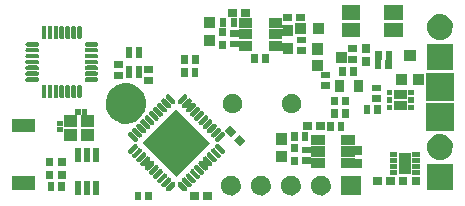
<source format=gts>
G04 #@! TF.FileFunction,Soldermask,Top*
%FSLAX46Y46*%
G04 Gerber Fmt 4.6, Leading zero omitted, Abs format (unit mm)*
G04 Created by KiCad (PCBNEW (2015-02-03 BZR 5404)-product) date Sat 07 Feb 2015 10:18:26 AM CST*
%MOMM*%
G01*
G04 APERTURE LIST*
%ADD10C,0.100000*%
G04 APERTURE END LIST*
D10*
G36*
X53359800Y-115324200D02*
X51407400Y-115324200D01*
X51407400Y-114171800D01*
X53359800Y-114171800D01*
X53359800Y-115324200D01*
X53359800Y-115324200D01*
G37*
G36*
X53359800Y-120224200D02*
X51407400Y-120224200D01*
X51407400Y-119071800D01*
X53359800Y-119071800D01*
X53359800Y-120224200D01*
X53359800Y-120224200D01*
G37*
G36*
X53731105Y-107881264D02*
X53729211Y-107899275D01*
X53727013Y-107920195D01*
X53727012Y-107920208D01*
X53715431Y-107957619D01*
X53696805Y-107992068D01*
X53671842Y-108022242D01*
X53641494Y-108046994D01*
X53606916Y-108065379D01*
X53569425Y-108076698D01*
X53530450Y-108080520D01*
X53529894Y-108080520D01*
X52773059Y-108080520D01*
X52773030Y-108080520D01*
X52772167Y-108080513D01*
X52770742Y-108080504D01*
X52770738Y-108080503D01*
X52770228Y-108080500D01*
X52731310Y-108076135D01*
X52693982Y-108064294D01*
X52659664Y-108045427D01*
X52629664Y-108020254D01*
X52605125Y-107989734D01*
X52586981Y-107955029D01*
X52575924Y-107917460D01*
X52575923Y-107917451D01*
X52574508Y-107901903D01*
X52572375Y-107878459D01*
X52572375Y-107878457D01*
X52572375Y-107878456D01*
X52574268Y-107860444D01*
X52576468Y-107839512D01*
X52588049Y-107802101D01*
X52606675Y-107767652D01*
X52631638Y-107737478D01*
X52661986Y-107712726D01*
X52696564Y-107694341D01*
X52734055Y-107683022D01*
X52773030Y-107679200D01*
X52773586Y-107679200D01*
X53530421Y-107679200D01*
X53530450Y-107679200D01*
X53531312Y-107679206D01*
X53532738Y-107679216D01*
X53532741Y-107679216D01*
X53533252Y-107679220D01*
X53572170Y-107683585D01*
X53609498Y-107695426D01*
X53643816Y-107714293D01*
X53673816Y-107739466D01*
X53698355Y-107769986D01*
X53716499Y-107804691D01*
X53727556Y-107842260D01*
X53727556Y-107842268D01*
X53727557Y-107842269D01*
X53728971Y-107857816D01*
X53731105Y-107881261D01*
X53731104Y-107881262D01*
X53731105Y-107881264D01*
X53731105Y-107881264D01*
G37*
G36*
X53731105Y-108381644D02*
X53729211Y-108399655D01*
X53727013Y-108420575D01*
X53727012Y-108420588D01*
X53715431Y-108457999D01*
X53696805Y-108492448D01*
X53671842Y-108522622D01*
X53641494Y-108547374D01*
X53606916Y-108565759D01*
X53569425Y-108577078D01*
X53530450Y-108580900D01*
X53529894Y-108580900D01*
X52773059Y-108580900D01*
X52773030Y-108580900D01*
X52772167Y-108580893D01*
X52770742Y-108580884D01*
X52770738Y-108580883D01*
X52770228Y-108580880D01*
X52731310Y-108576515D01*
X52693982Y-108564674D01*
X52659664Y-108545807D01*
X52629664Y-108520634D01*
X52605125Y-108490114D01*
X52586981Y-108455409D01*
X52575924Y-108417840D01*
X52575923Y-108417831D01*
X52574508Y-108402283D01*
X52572375Y-108378839D01*
X52572375Y-108378837D01*
X52572375Y-108378836D01*
X52574268Y-108360824D01*
X52576468Y-108339892D01*
X52588049Y-108302481D01*
X52606675Y-108268032D01*
X52631638Y-108237858D01*
X52661986Y-108213106D01*
X52696564Y-108194721D01*
X52734055Y-108183402D01*
X52773030Y-108179580D01*
X52773586Y-108179580D01*
X53530421Y-108179580D01*
X53530450Y-108179580D01*
X53531312Y-108179586D01*
X53532738Y-108179596D01*
X53532741Y-108179596D01*
X53533252Y-108179600D01*
X53572170Y-108183965D01*
X53609498Y-108195806D01*
X53643816Y-108214673D01*
X53673816Y-108239846D01*
X53698355Y-108270366D01*
X53716499Y-108305071D01*
X53727556Y-108342640D01*
X53727556Y-108342648D01*
X53727557Y-108342649D01*
X53728971Y-108358196D01*
X53731105Y-108381641D01*
X53731104Y-108381642D01*
X53731105Y-108381644D01*
X53731105Y-108381644D01*
G37*
G36*
X53731105Y-108882024D02*
X53729211Y-108900035D01*
X53727013Y-108920955D01*
X53727012Y-108920968D01*
X53715431Y-108958379D01*
X53696805Y-108992828D01*
X53671842Y-109023002D01*
X53641494Y-109047754D01*
X53606916Y-109066139D01*
X53569425Y-109077458D01*
X53530450Y-109081280D01*
X53529894Y-109081280D01*
X52773059Y-109081280D01*
X52773030Y-109081280D01*
X52772167Y-109081273D01*
X52770742Y-109081264D01*
X52770738Y-109081263D01*
X52770228Y-109081260D01*
X52731310Y-109076895D01*
X52693982Y-109065054D01*
X52659664Y-109046187D01*
X52629664Y-109021014D01*
X52605125Y-108990494D01*
X52586981Y-108955789D01*
X52575924Y-108918220D01*
X52575923Y-108918211D01*
X52574508Y-108902663D01*
X52572375Y-108879219D01*
X52572375Y-108879217D01*
X52572375Y-108879216D01*
X52574268Y-108861204D01*
X52576468Y-108840272D01*
X52588049Y-108802861D01*
X52606675Y-108768412D01*
X52631638Y-108738238D01*
X52661986Y-108713486D01*
X52696564Y-108695101D01*
X52734055Y-108683782D01*
X52773030Y-108679960D01*
X52773586Y-108679960D01*
X53530421Y-108679960D01*
X53530450Y-108679960D01*
X53531312Y-108679966D01*
X53532738Y-108679976D01*
X53532741Y-108679976D01*
X53533252Y-108679980D01*
X53572170Y-108684345D01*
X53609498Y-108696186D01*
X53643816Y-108715053D01*
X53673816Y-108740226D01*
X53698355Y-108770746D01*
X53716499Y-108805451D01*
X53727556Y-108843020D01*
X53727556Y-108843028D01*
X53727557Y-108843029D01*
X53728971Y-108858576D01*
X53731105Y-108882021D01*
X53731104Y-108882022D01*
X53731105Y-108882024D01*
X53731105Y-108882024D01*
G37*
G36*
X53731105Y-109382404D02*
X53729211Y-109400415D01*
X53727013Y-109421335D01*
X53727012Y-109421348D01*
X53715431Y-109458759D01*
X53696805Y-109493208D01*
X53671842Y-109523382D01*
X53641494Y-109548134D01*
X53606916Y-109566519D01*
X53569425Y-109577838D01*
X53530450Y-109581660D01*
X53529894Y-109581660D01*
X52773059Y-109581660D01*
X52773030Y-109581660D01*
X52772167Y-109581653D01*
X52770742Y-109581644D01*
X52770738Y-109581643D01*
X52770228Y-109581640D01*
X52731310Y-109577275D01*
X52693982Y-109565434D01*
X52659664Y-109546567D01*
X52629664Y-109521394D01*
X52605125Y-109490874D01*
X52586981Y-109456169D01*
X52575924Y-109418600D01*
X52575923Y-109418591D01*
X52574508Y-109403043D01*
X52572375Y-109379599D01*
X52572375Y-109379597D01*
X52572375Y-109379596D01*
X52574268Y-109361584D01*
X52576468Y-109340652D01*
X52588049Y-109303241D01*
X52606675Y-109268792D01*
X52631638Y-109238618D01*
X52661986Y-109213866D01*
X52696564Y-109195481D01*
X52734055Y-109184162D01*
X52773030Y-109180340D01*
X52773586Y-109180340D01*
X53530421Y-109180340D01*
X53530450Y-109180340D01*
X53531312Y-109180346D01*
X53532738Y-109180356D01*
X53532741Y-109180356D01*
X53533252Y-109180360D01*
X53572170Y-109184725D01*
X53609498Y-109196566D01*
X53643816Y-109215433D01*
X53673816Y-109240606D01*
X53698355Y-109271126D01*
X53716499Y-109305831D01*
X53727556Y-109343400D01*
X53727556Y-109343408D01*
X53727557Y-109343409D01*
X53728971Y-109358956D01*
X53731105Y-109382401D01*
X53731104Y-109382402D01*
X53731105Y-109382404D01*
X53731105Y-109382404D01*
G37*
G36*
X53731105Y-109882784D02*
X53729211Y-109900795D01*
X53727013Y-109921715D01*
X53727012Y-109921728D01*
X53715431Y-109959139D01*
X53696805Y-109993588D01*
X53671842Y-110023762D01*
X53641494Y-110048514D01*
X53606916Y-110066899D01*
X53569425Y-110078218D01*
X53530450Y-110082040D01*
X53529894Y-110082040D01*
X52773059Y-110082040D01*
X52773030Y-110082040D01*
X52772167Y-110082033D01*
X52770742Y-110082024D01*
X52770738Y-110082023D01*
X52770228Y-110082020D01*
X52731310Y-110077655D01*
X52693982Y-110065814D01*
X52659664Y-110046947D01*
X52629664Y-110021774D01*
X52605125Y-109991254D01*
X52586981Y-109956549D01*
X52575924Y-109918980D01*
X52575923Y-109918971D01*
X52574508Y-109903423D01*
X52572375Y-109879979D01*
X52572375Y-109879977D01*
X52572375Y-109879976D01*
X52574268Y-109861964D01*
X52576468Y-109841032D01*
X52588049Y-109803621D01*
X52606675Y-109769172D01*
X52631638Y-109738998D01*
X52661986Y-109714246D01*
X52696564Y-109695861D01*
X52734055Y-109684542D01*
X52773030Y-109680720D01*
X52773586Y-109680720D01*
X53530421Y-109680720D01*
X53530450Y-109680720D01*
X53531312Y-109680726D01*
X53532738Y-109680736D01*
X53532741Y-109680736D01*
X53533252Y-109680740D01*
X53572170Y-109685105D01*
X53609498Y-109696946D01*
X53643816Y-109715813D01*
X53673816Y-109740986D01*
X53698355Y-109771506D01*
X53716499Y-109806211D01*
X53727556Y-109843780D01*
X53727556Y-109843788D01*
X53727557Y-109843789D01*
X53728971Y-109859336D01*
X53731105Y-109882781D01*
X53731104Y-109882782D01*
X53731105Y-109882784D01*
X53731105Y-109882784D01*
G37*
G36*
X53731105Y-110383164D02*
X53729211Y-110401175D01*
X53727013Y-110422095D01*
X53727012Y-110422108D01*
X53715431Y-110459519D01*
X53696805Y-110493968D01*
X53671842Y-110524142D01*
X53641494Y-110548894D01*
X53606916Y-110567279D01*
X53569425Y-110578598D01*
X53530450Y-110582420D01*
X53529894Y-110582420D01*
X52773059Y-110582420D01*
X52773030Y-110582420D01*
X52772167Y-110582413D01*
X52770742Y-110582404D01*
X52770738Y-110582403D01*
X52770228Y-110582400D01*
X52731310Y-110578035D01*
X52693982Y-110566194D01*
X52659664Y-110547327D01*
X52629664Y-110522154D01*
X52605125Y-110491634D01*
X52586981Y-110456929D01*
X52575924Y-110419360D01*
X52575923Y-110419351D01*
X52574508Y-110403803D01*
X52572375Y-110380359D01*
X52572375Y-110380357D01*
X52572375Y-110380356D01*
X52574268Y-110362344D01*
X52576468Y-110341412D01*
X52588049Y-110304001D01*
X52606675Y-110269552D01*
X52631638Y-110239378D01*
X52661986Y-110214626D01*
X52696564Y-110196241D01*
X52734055Y-110184922D01*
X52773030Y-110181100D01*
X52773586Y-110181100D01*
X53530421Y-110181100D01*
X53530450Y-110181100D01*
X53531312Y-110181106D01*
X53532738Y-110181116D01*
X53532741Y-110181116D01*
X53533252Y-110181120D01*
X53572170Y-110185485D01*
X53609498Y-110197326D01*
X53643816Y-110216193D01*
X53673816Y-110241366D01*
X53698355Y-110271886D01*
X53716499Y-110306591D01*
X53727556Y-110344160D01*
X53727556Y-110344168D01*
X53727557Y-110344169D01*
X53728971Y-110359716D01*
X53731105Y-110383161D01*
X53731104Y-110383162D01*
X53731105Y-110383164D01*
X53731105Y-110383164D01*
G37*
G36*
X53731105Y-110883544D02*
X53729211Y-110901555D01*
X53727013Y-110922475D01*
X53727012Y-110922488D01*
X53715431Y-110959899D01*
X53696805Y-110994348D01*
X53671842Y-111024522D01*
X53641494Y-111049274D01*
X53606916Y-111067659D01*
X53569425Y-111078978D01*
X53530450Y-111082800D01*
X53529894Y-111082800D01*
X52773059Y-111082800D01*
X52773030Y-111082800D01*
X52772167Y-111082793D01*
X52770742Y-111082784D01*
X52770738Y-111082783D01*
X52770228Y-111082780D01*
X52731310Y-111078415D01*
X52693982Y-111066574D01*
X52659664Y-111047707D01*
X52629664Y-111022534D01*
X52605125Y-110992014D01*
X52586981Y-110957309D01*
X52575924Y-110919740D01*
X52575923Y-110919731D01*
X52574508Y-110904183D01*
X52572375Y-110880739D01*
X52572375Y-110880737D01*
X52572375Y-110880736D01*
X52574268Y-110862724D01*
X52576468Y-110841792D01*
X52588049Y-110804381D01*
X52606675Y-110769932D01*
X52631638Y-110739758D01*
X52661986Y-110715006D01*
X52696564Y-110696621D01*
X52734055Y-110685302D01*
X52773030Y-110681480D01*
X52773586Y-110681480D01*
X53530421Y-110681480D01*
X53530450Y-110681480D01*
X53531312Y-110681486D01*
X53532738Y-110681496D01*
X53532741Y-110681496D01*
X53533252Y-110681500D01*
X53572170Y-110685865D01*
X53609498Y-110697706D01*
X53643816Y-110716573D01*
X53673816Y-110741746D01*
X53698355Y-110772266D01*
X53716499Y-110806971D01*
X53727556Y-110844540D01*
X53727556Y-110844548D01*
X53727557Y-110844549D01*
X53728971Y-110860096D01*
X53731105Y-110883541D01*
X53731104Y-110883542D01*
X53731105Y-110883544D01*
X53731105Y-110883544D01*
G37*
G36*
X54350620Y-107260350D02*
X54350613Y-107261212D01*
X54350604Y-107262638D01*
X54350603Y-107262641D01*
X54350600Y-107263152D01*
X54346235Y-107302070D01*
X54334394Y-107339398D01*
X54315527Y-107373716D01*
X54290354Y-107403716D01*
X54259834Y-107428255D01*
X54225129Y-107446399D01*
X54187560Y-107457456D01*
X54187551Y-107457456D01*
X54187551Y-107457457D01*
X54172003Y-107458871D01*
X54148559Y-107461005D01*
X54148557Y-107461004D01*
X54148556Y-107461005D01*
X54130544Y-107459111D01*
X54109625Y-107456913D01*
X54109612Y-107456912D01*
X54072201Y-107445331D01*
X54037752Y-107426705D01*
X54007578Y-107401742D01*
X53982826Y-107371394D01*
X53964441Y-107336816D01*
X53953122Y-107299325D01*
X53949300Y-107260350D01*
X53949300Y-107259794D01*
X53949300Y-106502959D01*
X53949300Y-106502930D01*
X53949306Y-106502067D01*
X53949316Y-106500642D01*
X53949316Y-106500638D01*
X53949320Y-106500128D01*
X53953685Y-106461210D01*
X53965526Y-106423882D01*
X53984393Y-106389564D01*
X54009566Y-106359564D01*
X54040086Y-106335025D01*
X54074791Y-106316881D01*
X54112360Y-106305824D01*
X54112368Y-106305823D01*
X54112369Y-106305823D01*
X54127916Y-106304408D01*
X54151361Y-106302275D01*
X54151362Y-106302275D01*
X54151364Y-106302275D01*
X54169375Y-106304168D01*
X54190308Y-106306368D01*
X54227719Y-106317949D01*
X54262168Y-106336575D01*
X54292342Y-106361538D01*
X54317094Y-106391886D01*
X54335479Y-106426464D01*
X54346798Y-106463955D01*
X54350620Y-106502930D01*
X54350620Y-106503486D01*
X54350620Y-107260321D01*
X54350620Y-107260350D01*
X54350620Y-107260350D01*
G37*
G36*
X54350620Y-112259070D02*
X54350613Y-112259932D01*
X54350604Y-112261358D01*
X54350603Y-112261361D01*
X54350600Y-112261872D01*
X54346235Y-112300790D01*
X54334394Y-112338118D01*
X54315527Y-112372436D01*
X54290354Y-112402436D01*
X54259834Y-112426975D01*
X54225129Y-112445119D01*
X54187560Y-112456176D01*
X54187551Y-112456176D01*
X54187551Y-112456177D01*
X54172003Y-112457591D01*
X54148559Y-112459725D01*
X54148557Y-112459724D01*
X54148556Y-112459725D01*
X54130544Y-112457831D01*
X54109625Y-112455633D01*
X54109612Y-112455632D01*
X54072201Y-112444051D01*
X54037752Y-112425425D01*
X54007578Y-112400462D01*
X53982826Y-112370114D01*
X53964441Y-112335536D01*
X53953122Y-112298045D01*
X53949300Y-112259070D01*
X53949300Y-112258514D01*
X53949300Y-111501679D01*
X53949300Y-111501650D01*
X53949306Y-111500787D01*
X53949316Y-111499362D01*
X53949316Y-111499358D01*
X53949320Y-111498848D01*
X53953685Y-111459930D01*
X53965526Y-111422602D01*
X53984393Y-111388284D01*
X54009566Y-111358284D01*
X54040086Y-111333745D01*
X54074791Y-111315601D01*
X54112360Y-111304544D01*
X54112368Y-111304543D01*
X54112369Y-111304543D01*
X54127916Y-111303128D01*
X54151361Y-111300995D01*
X54151362Y-111300995D01*
X54151364Y-111300995D01*
X54169375Y-111302888D01*
X54190308Y-111305088D01*
X54227719Y-111316669D01*
X54262168Y-111335295D01*
X54292342Y-111360258D01*
X54317094Y-111390606D01*
X54335479Y-111425184D01*
X54346798Y-111462675D01*
X54350620Y-111501650D01*
X54350620Y-111502206D01*
X54350620Y-112259041D01*
X54350620Y-112259070D01*
X54350620Y-112259070D01*
G37*
G36*
X54851000Y-107260350D02*
X54850993Y-107261212D01*
X54850984Y-107262638D01*
X54850983Y-107262641D01*
X54850980Y-107263152D01*
X54846615Y-107302070D01*
X54834774Y-107339398D01*
X54815907Y-107373716D01*
X54790734Y-107403716D01*
X54760214Y-107428255D01*
X54725509Y-107446399D01*
X54687940Y-107457456D01*
X54687931Y-107457456D01*
X54687931Y-107457457D01*
X54672383Y-107458871D01*
X54648939Y-107461005D01*
X54648937Y-107461004D01*
X54648936Y-107461005D01*
X54630924Y-107459111D01*
X54610005Y-107456913D01*
X54609992Y-107456912D01*
X54572581Y-107445331D01*
X54538132Y-107426705D01*
X54507958Y-107401742D01*
X54483206Y-107371394D01*
X54464821Y-107336816D01*
X54453502Y-107299325D01*
X54449680Y-107260350D01*
X54449680Y-107259794D01*
X54449680Y-106502959D01*
X54449680Y-106502930D01*
X54449686Y-106502067D01*
X54449696Y-106500642D01*
X54449696Y-106500638D01*
X54449700Y-106500128D01*
X54454065Y-106461210D01*
X54465906Y-106423882D01*
X54484773Y-106389564D01*
X54509946Y-106359564D01*
X54540466Y-106335025D01*
X54575171Y-106316881D01*
X54612740Y-106305824D01*
X54612748Y-106305823D01*
X54612749Y-106305823D01*
X54628296Y-106304408D01*
X54651741Y-106302275D01*
X54651742Y-106302275D01*
X54651744Y-106302275D01*
X54669755Y-106304168D01*
X54690688Y-106306368D01*
X54728099Y-106317949D01*
X54762548Y-106336575D01*
X54792722Y-106361538D01*
X54817474Y-106391886D01*
X54835859Y-106426464D01*
X54847178Y-106463955D01*
X54851000Y-106502930D01*
X54851000Y-106503486D01*
X54851000Y-107260321D01*
X54851000Y-107260350D01*
X54851000Y-107260350D01*
G37*
G36*
X54851000Y-112259070D02*
X54850993Y-112259932D01*
X54850984Y-112261358D01*
X54850983Y-112261361D01*
X54850980Y-112261872D01*
X54846615Y-112300790D01*
X54834774Y-112338118D01*
X54815907Y-112372436D01*
X54790734Y-112402436D01*
X54760214Y-112426975D01*
X54725509Y-112445119D01*
X54687940Y-112456176D01*
X54687931Y-112456176D01*
X54687931Y-112456177D01*
X54672383Y-112457591D01*
X54648939Y-112459725D01*
X54648937Y-112459724D01*
X54648936Y-112459725D01*
X54630924Y-112457831D01*
X54610005Y-112455633D01*
X54609992Y-112455632D01*
X54572581Y-112444051D01*
X54538132Y-112425425D01*
X54507958Y-112400462D01*
X54483206Y-112370114D01*
X54464821Y-112335536D01*
X54453502Y-112298045D01*
X54449680Y-112259070D01*
X54449680Y-112258514D01*
X54449680Y-111501679D01*
X54449680Y-111501650D01*
X54449686Y-111500787D01*
X54449696Y-111499362D01*
X54449696Y-111499358D01*
X54449700Y-111498848D01*
X54454065Y-111459930D01*
X54465906Y-111422602D01*
X54484773Y-111388284D01*
X54509946Y-111358284D01*
X54540466Y-111333745D01*
X54575171Y-111315601D01*
X54612740Y-111304544D01*
X54612748Y-111304543D01*
X54612749Y-111304543D01*
X54628296Y-111303128D01*
X54651741Y-111300995D01*
X54651742Y-111300995D01*
X54651744Y-111300995D01*
X54669755Y-111302888D01*
X54690688Y-111305088D01*
X54728099Y-111316669D01*
X54762548Y-111335295D01*
X54792722Y-111360258D01*
X54817474Y-111390606D01*
X54835859Y-111425184D01*
X54847178Y-111462675D01*
X54851000Y-111501650D01*
X54851000Y-111502206D01*
X54851000Y-112259041D01*
X54851000Y-112259070D01*
X54851000Y-112259070D01*
G37*
G36*
X54931700Y-118232200D02*
X54279300Y-118232200D01*
X54279300Y-117479800D01*
X54931700Y-117479800D01*
X54931700Y-118232200D01*
X54931700Y-118232200D01*
G37*
G36*
X54931700Y-119332200D02*
X54279300Y-119332200D01*
X54279300Y-118579800D01*
X54931700Y-118579800D01*
X54931700Y-119332200D01*
X54931700Y-119332200D01*
G37*
G36*
X55011700Y-120292200D02*
X54459300Y-120292200D01*
X54459300Y-119539800D01*
X55011700Y-119539800D01*
X55011700Y-120292200D01*
X55011700Y-120292200D01*
G37*
G36*
X55351380Y-107260350D02*
X55351373Y-107261212D01*
X55351364Y-107262638D01*
X55351363Y-107262641D01*
X55351360Y-107263152D01*
X55346995Y-107302070D01*
X55335154Y-107339398D01*
X55316287Y-107373716D01*
X55291114Y-107403716D01*
X55260594Y-107428255D01*
X55225889Y-107446399D01*
X55188320Y-107457456D01*
X55188311Y-107457456D01*
X55188311Y-107457457D01*
X55172763Y-107458871D01*
X55149319Y-107461005D01*
X55149317Y-107461004D01*
X55149316Y-107461005D01*
X55131304Y-107459111D01*
X55110385Y-107456913D01*
X55110372Y-107456912D01*
X55072961Y-107445331D01*
X55038512Y-107426705D01*
X55008338Y-107401742D01*
X54983586Y-107371394D01*
X54965201Y-107336816D01*
X54953882Y-107299325D01*
X54950060Y-107260350D01*
X54950060Y-107259794D01*
X54950060Y-106502959D01*
X54950060Y-106502930D01*
X54950066Y-106502067D01*
X54950076Y-106500642D01*
X54950076Y-106500638D01*
X54950080Y-106500128D01*
X54954445Y-106461210D01*
X54966286Y-106423882D01*
X54985153Y-106389564D01*
X55010326Y-106359564D01*
X55040846Y-106335025D01*
X55075551Y-106316881D01*
X55113120Y-106305824D01*
X55113128Y-106305823D01*
X55113129Y-106305823D01*
X55128676Y-106304408D01*
X55152121Y-106302275D01*
X55152122Y-106302275D01*
X55152124Y-106302275D01*
X55170135Y-106304168D01*
X55191068Y-106306368D01*
X55228479Y-106317949D01*
X55262928Y-106336575D01*
X55293102Y-106361538D01*
X55317854Y-106391886D01*
X55336239Y-106426464D01*
X55347558Y-106463955D01*
X55351380Y-106502930D01*
X55351380Y-106503486D01*
X55351380Y-107260321D01*
X55351380Y-107260350D01*
X55351380Y-107260350D01*
G37*
G36*
X55351380Y-112259070D02*
X55351373Y-112259932D01*
X55351364Y-112261358D01*
X55351363Y-112261361D01*
X55351360Y-112261872D01*
X55346995Y-112300790D01*
X55335154Y-112338118D01*
X55316287Y-112372436D01*
X55291114Y-112402436D01*
X55260594Y-112426975D01*
X55225889Y-112445119D01*
X55188320Y-112456176D01*
X55188311Y-112456176D01*
X55188311Y-112456177D01*
X55172763Y-112457591D01*
X55149319Y-112459725D01*
X55149317Y-112459724D01*
X55149316Y-112459725D01*
X55131304Y-112457831D01*
X55110385Y-112455633D01*
X55110372Y-112455632D01*
X55072961Y-112444051D01*
X55038512Y-112425425D01*
X55008338Y-112400462D01*
X54983586Y-112370114D01*
X54965201Y-112335536D01*
X54953882Y-112298045D01*
X54950060Y-112259070D01*
X54950060Y-112258514D01*
X54950060Y-111501679D01*
X54950060Y-111501650D01*
X54950066Y-111500787D01*
X54950076Y-111499362D01*
X54950076Y-111499358D01*
X54950080Y-111498848D01*
X54954445Y-111459930D01*
X54966286Y-111422602D01*
X54985153Y-111388284D01*
X55010326Y-111358284D01*
X55040846Y-111333745D01*
X55075551Y-111315601D01*
X55113120Y-111304544D01*
X55113128Y-111304543D01*
X55113129Y-111304543D01*
X55128676Y-111303128D01*
X55152121Y-111300995D01*
X55152122Y-111300995D01*
X55152124Y-111300995D01*
X55170135Y-111302888D01*
X55191068Y-111305088D01*
X55228479Y-111316669D01*
X55262928Y-111335295D01*
X55293102Y-111360258D01*
X55317854Y-111390606D01*
X55336239Y-111425184D01*
X55347558Y-111462675D01*
X55351380Y-111501650D01*
X55351380Y-111502206D01*
X55351380Y-112259041D01*
X55351380Y-112259070D01*
X55351380Y-112259070D01*
G37*
G36*
X55759500Y-114797200D02*
X55257100Y-114797200D01*
X55257100Y-114344800D01*
X55759500Y-114344800D01*
X55759500Y-114797200D01*
X55759500Y-114797200D01*
G37*
G36*
X55759500Y-115347200D02*
X55257100Y-115347200D01*
X55257100Y-114894800D01*
X55759500Y-114894800D01*
X55759500Y-115347200D01*
X55759500Y-115347200D01*
G37*
G36*
X55851760Y-107260350D02*
X55851753Y-107261212D01*
X55851744Y-107262638D01*
X55851743Y-107262641D01*
X55851740Y-107263152D01*
X55847375Y-107302070D01*
X55835534Y-107339398D01*
X55816667Y-107373716D01*
X55791494Y-107403716D01*
X55760974Y-107428255D01*
X55726269Y-107446399D01*
X55688700Y-107457456D01*
X55688691Y-107457456D01*
X55688691Y-107457457D01*
X55673143Y-107458871D01*
X55649699Y-107461005D01*
X55649697Y-107461004D01*
X55649696Y-107461005D01*
X55631684Y-107459111D01*
X55610765Y-107456913D01*
X55610752Y-107456912D01*
X55573341Y-107445331D01*
X55538892Y-107426705D01*
X55508718Y-107401742D01*
X55483966Y-107371394D01*
X55465581Y-107336816D01*
X55454262Y-107299325D01*
X55450440Y-107260350D01*
X55450440Y-107259794D01*
X55450440Y-106502959D01*
X55450440Y-106502930D01*
X55450446Y-106502067D01*
X55450456Y-106500642D01*
X55450456Y-106500638D01*
X55450460Y-106500128D01*
X55454825Y-106461210D01*
X55466666Y-106423882D01*
X55485533Y-106389564D01*
X55510706Y-106359564D01*
X55541226Y-106335025D01*
X55575931Y-106316881D01*
X55613500Y-106305824D01*
X55613508Y-106305823D01*
X55613509Y-106305823D01*
X55629056Y-106304408D01*
X55652501Y-106302275D01*
X55652502Y-106302275D01*
X55652504Y-106302275D01*
X55670515Y-106304168D01*
X55691448Y-106306368D01*
X55728859Y-106317949D01*
X55763308Y-106336575D01*
X55793482Y-106361538D01*
X55818234Y-106391886D01*
X55836619Y-106426464D01*
X55847938Y-106463955D01*
X55851760Y-106502930D01*
X55851760Y-106503486D01*
X55851760Y-107260321D01*
X55851760Y-107260350D01*
X55851760Y-107260350D01*
G37*
G36*
X55851760Y-112259070D02*
X55851753Y-112259932D01*
X55851744Y-112261358D01*
X55851743Y-112261361D01*
X55851740Y-112261872D01*
X55847375Y-112300790D01*
X55835534Y-112338118D01*
X55816667Y-112372436D01*
X55791494Y-112402436D01*
X55760974Y-112426975D01*
X55726269Y-112445119D01*
X55688700Y-112456176D01*
X55688691Y-112456176D01*
X55688691Y-112456177D01*
X55673143Y-112457591D01*
X55649699Y-112459725D01*
X55649697Y-112459724D01*
X55649696Y-112459725D01*
X55631684Y-112457831D01*
X55610765Y-112455633D01*
X55610752Y-112455632D01*
X55573341Y-112444051D01*
X55538892Y-112425425D01*
X55508718Y-112400462D01*
X55483966Y-112370114D01*
X55465581Y-112335536D01*
X55454262Y-112298045D01*
X55450440Y-112259070D01*
X55450440Y-112258514D01*
X55450440Y-111501679D01*
X55450440Y-111501650D01*
X55450446Y-111500787D01*
X55450456Y-111499362D01*
X55450456Y-111499358D01*
X55450460Y-111498848D01*
X55454825Y-111459930D01*
X55466666Y-111422602D01*
X55485533Y-111388284D01*
X55510706Y-111358284D01*
X55541226Y-111333745D01*
X55575931Y-111315601D01*
X55613500Y-111304544D01*
X55613508Y-111304543D01*
X55613509Y-111304543D01*
X55629056Y-111303128D01*
X55652501Y-111300995D01*
X55652502Y-111300995D01*
X55652504Y-111300995D01*
X55670515Y-111302888D01*
X55691448Y-111305088D01*
X55728859Y-111316669D01*
X55763308Y-111335295D01*
X55793482Y-111360258D01*
X55818234Y-111390606D01*
X55836619Y-111425184D01*
X55847938Y-111462675D01*
X55851760Y-111501650D01*
X55851760Y-111502206D01*
X55851760Y-112259041D01*
X55851760Y-112259070D01*
X55851760Y-112259070D01*
G37*
G36*
X55911700Y-120292200D02*
X55359300Y-120292200D01*
X55359300Y-119539800D01*
X55911700Y-119539800D01*
X55911700Y-120292200D01*
X55911700Y-120292200D01*
G37*
G36*
X56011700Y-118232200D02*
X55359300Y-118232200D01*
X55359300Y-117479800D01*
X56011700Y-117479800D01*
X56011700Y-118232200D01*
X56011700Y-118232200D01*
G37*
G36*
X56011700Y-119332200D02*
X55359300Y-119332200D01*
X55359300Y-118579800D01*
X56011700Y-118579800D01*
X56011700Y-119332200D01*
X56011700Y-119332200D01*
G37*
G36*
X56352140Y-107260350D02*
X56352133Y-107261212D01*
X56352124Y-107262638D01*
X56352123Y-107262641D01*
X56352120Y-107263152D01*
X56347755Y-107302070D01*
X56335914Y-107339398D01*
X56317047Y-107373716D01*
X56291874Y-107403716D01*
X56261354Y-107428255D01*
X56226649Y-107446399D01*
X56189080Y-107457456D01*
X56189071Y-107457456D01*
X56189071Y-107457457D01*
X56173523Y-107458871D01*
X56150079Y-107461005D01*
X56150077Y-107461004D01*
X56150076Y-107461005D01*
X56132064Y-107459111D01*
X56111145Y-107456913D01*
X56111132Y-107456912D01*
X56073721Y-107445331D01*
X56039272Y-107426705D01*
X56009098Y-107401742D01*
X55984346Y-107371394D01*
X55965961Y-107336816D01*
X55954642Y-107299325D01*
X55950820Y-107260350D01*
X55950820Y-107259794D01*
X55950820Y-106502959D01*
X55950820Y-106502930D01*
X55950826Y-106502067D01*
X55950836Y-106500642D01*
X55950836Y-106500638D01*
X55950840Y-106500128D01*
X55955205Y-106461210D01*
X55967046Y-106423882D01*
X55985913Y-106389564D01*
X56011086Y-106359564D01*
X56041606Y-106335025D01*
X56076311Y-106316881D01*
X56113880Y-106305824D01*
X56113888Y-106305823D01*
X56113889Y-106305823D01*
X56129436Y-106304408D01*
X56152881Y-106302275D01*
X56152882Y-106302275D01*
X56152884Y-106302275D01*
X56170895Y-106304168D01*
X56191828Y-106306368D01*
X56229239Y-106317949D01*
X56263688Y-106336575D01*
X56293862Y-106361538D01*
X56318614Y-106391886D01*
X56336999Y-106426464D01*
X56348318Y-106463955D01*
X56352140Y-106502930D01*
X56352140Y-106503486D01*
X56352140Y-107260321D01*
X56352140Y-107260350D01*
X56352140Y-107260350D01*
G37*
G36*
X56352140Y-112259070D02*
X56352133Y-112259932D01*
X56352124Y-112261358D01*
X56352123Y-112261361D01*
X56352120Y-112261872D01*
X56347755Y-112300790D01*
X56335914Y-112338118D01*
X56317047Y-112372436D01*
X56291874Y-112402436D01*
X56261354Y-112426975D01*
X56226649Y-112445119D01*
X56189080Y-112456176D01*
X56189071Y-112456176D01*
X56189071Y-112456177D01*
X56173523Y-112457591D01*
X56150079Y-112459725D01*
X56150077Y-112459724D01*
X56150076Y-112459725D01*
X56132064Y-112457831D01*
X56111145Y-112455633D01*
X56111132Y-112455632D01*
X56073721Y-112444051D01*
X56039272Y-112425425D01*
X56009098Y-112400462D01*
X55984346Y-112370114D01*
X55965961Y-112335536D01*
X55954642Y-112298045D01*
X55950820Y-112259070D01*
X55950820Y-112258514D01*
X55950820Y-111501679D01*
X55950820Y-111501650D01*
X55950826Y-111500787D01*
X55950836Y-111499362D01*
X55950836Y-111499358D01*
X55950840Y-111498848D01*
X55955205Y-111459930D01*
X55967046Y-111422602D01*
X55985913Y-111388284D01*
X56011086Y-111358284D01*
X56041606Y-111333745D01*
X56076311Y-111315601D01*
X56113880Y-111304544D01*
X56113888Y-111304543D01*
X56113889Y-111304543D01*
X56129436Y-111303128D01*
X56152881Y-111300995D01*
X56152882Y-111300995D01*
X56152884Y-111300995D01*
X56170895Y-111302888D01*
X56191828Y-111305088D01*
X56229239Y-111316669D01*
X56263688Y-111335295D01*
X56293862Y-111360258D01*
X56318614Y-111390606D01*
X56336999Y-111425184D01*
X56348318Y-111462675D01*
X56352140Y-111501650D01*
X56352140Y-111502206D01*
X56352140Y-112259041D01*
X56352140Y-112259070D01*
X56352140Y-112259070D01*
G37*
G36*
X56852520Y-107260350D02*
X56852513Y-107261212D01*
X56852504Y-107262638D01*
X56852503Y-107262641D01*
X56852500Y-107263152D01*
X56848135Y-107302070D01*
X56836294Y-107339398D01*
X56817427Y-107373716D01*
X56792254Y-107403716D01*
X56761734Y-107428255D01*
X56727029Y-107446399D01*
X56689460Y-107457456D01*
X56689451Y-107457456D01*
X56689451Y-107457457D01*
X56673903Y-107458871D01*
X56650459Y-107461005D01*
X56650457Y-107461004D01*
X56650456Y-107461005D01*
X56632444Y-107459111D01*
X56611525Y-107456913D01*
X56611512Y-107456912D01*
X56574101Y-107445331D01*
X56539652Y-107426705D01*
X56509478Y-107401742D01*
X56484726Y-107371394D01*
X56466341Y-107336816D01*
X56455022Y-107299325D01*
X56451200Y-107260350D01*
X56451200Y-107259794D01*
X56451200Y-106502959D01*
X56451200Y-106502930D01*
X56451206Y-106502067D01*
X56451216Y-106500642D01*
X56451216Y-106500638D01*
X56451220Y-106500128D01*
X56455585Y-106461210D01*
X56467426Y-106423882D01*
X56486293Y-106389564D01*
X56511466Y-106359564D01*
X56541986Y-106335025D01*
X56576691Y-106316881D01*
X56614260Y-106305824D01*
X56614268Y-106305823D01*
X56614269Y-106305823D01*
X56629816Y-106304408D01*
X56653261Y-106302275D01*
X56653262Y-106302275D01*
X56653264Y-106302275D01*
X56671275Y-106304168D01*
X56692208Y-106306368D01*
X56729619Y-106317949D01*
X56764068Y-106336575D01*
X56794242Y-106361538D01*
X56818994Y-106391886D01*
X56837379Y-106426464D01*
X56848698Y-106463955D01*
X56852520Y-106502930D01*
X56852520Y-106503486D01*
X56852520Y-107260321D01*
X56852520Y-107260350D01*
X56852520Y-107260350D01*
G37*
G36*
X56852520Y-112259070D02*
X56852513Y-112259932D01*
X56852504Y-112261358D01*
X56852503Y-112261361D01*
X56852500Y-112261872D01*
X56848135Y-112300790D01*
X56836294Y-112338118D01*
X56817427Y-112372436D01*
X56792254Y-112402436D01*
X56761734Y-112426975D01*
X56727029Y-112445119D01*
X56689460Y-112456176D01*
X56689451Y-112456176D01*
X56689451Y-112456177D01*
X56673903Y-112457591D01*
X56650459Y-112459725D01*
X56650457Y-112459724D01*
X56650456Y-112459725D01*
X56632444Y-112457831D01*
X56611525Y-112455633D01*
X56611512Y-112455632D01*
X56574101Y-112444051D01*
X56539652Y-112425425D01*
X56509478Y-112400462D01*
X56484726Y-112370114D01*
X56466341Y-112335536D01*
X56455022Y-112298045D01*
X56451200Y-112259070D01*
X56451200Y-112258514D01*
X56451200Y-111501679D01*
X56451200Y-111501650D01*
X56451206Y-111500787D01*
X56451216Y-111499362D01*
X56451216Y-111499358D01*
X56451220Y-111498848D01*
X56455585Y-111459930D01*
X56467426Y-111422602D01*
X56486293Y-111388284D01*
X56511466Y-111358284D01*
X56541986Y-111333745D01*
X56576691Y-111315601D01*
X56614260Y-111304544D01*
X56614268Y-111304543D01*
X56614269Y-111304543D01*
X56629816Y-111303128D01*
X56653261Y-111300995D01*
X56653262Y-111300995D01*
X56653264Y-111300995D01*
X56671275Y-111302888D01*
X56692208Y-111305088D01*
X56729619Y-111316669D01*
X56764068Y-111335295D01*
X56794242Y-111360258D01*
X56818994Y-111390606D01*
X56837379Y-111425184D01*
X56848698Y-111462675D01*
X56852520Y-111501650D01*
X56852520Y-111502206D01*
X56852520Y-112259041D01*
X56852520Y-112259070D01*
X56852520Y-112259070D01*
G37*
G36*
X56906100Y-116061200D02*
X55803700Y-116061200D01*
X55803700Y-115058800D01*
X56906100Y-115058800D01*
X56906100Y-116061200D01*
X56906100Y-116061200D01*
G37*
G36*
X57265100Y-117854200D02*
X56762700Y-117854200D01*
X56762700Y-116701800D01*
X57265100Y-116701800D01*
X57265100Y-117854200D01*
X57265100Y-117854200D01*
G37*
G36*
X57265100Y-120654200D02*
X56762700Y-120654200D01*
X56762700Y-119501800D01*
X57265100Y-119501800D01*
X57265100Y-120654200D01*
X57265100Y-120654200D01*
G37*
G36*
X57352900Y-107260350D02*
X57352893Y-107261212D01*
X57352884Y-107262638D01*
X57352883Y-107262641D01*
X57352880Y-107263152D01*
X57348515Y-107302070D01*
X57336674Y-107339398D01*
X57317807Y-107373716D01*
X57292634Y-107403716D01*
X57262114Y-107428255D01*
X57227409Y-107446399D01*
X57189840Y-107457456D01*
X57189831Y-107457456D01*
X57189831Y-107457457D01*
X57174283Y-107458871D01*
X57150839Y-107461005D01*
X57150837Y-107461004D01*
X57150836Y-107461005D01*
X57132824Y-107459111D01*
X57111905Y-107456913D01*
X57111892Y-107456912D01*
X57074481Y-107445331D01*
X57040032Y-107426705D01*
X57009858Y-107401742D01*
X56985106Y-107371394D01*
X56966721Y-107336816D01*
X56955402Y-107299325D01*
X56951580Y-107260350D01*
X56951580Y-107259794D01*
X56951580Y-106502959D01*
X56951580Y-106502930D01*
X56951586Y-106502067D01*
X56951596Y-106500642D01*
X56951596Y-106500638D01*
X56951600Y-106500128D01*
X56955965Y-106461210D01*
X56967806Y-106423882D01*
X56986673Y-106389564D01*
X57011846Y-106359564D01*
X57042366Y-106335025D01*
X57077071Y-106316881D01*
X57114640Y-106305824D01*
X57114648Y-106305823D01*
X57114649Y-106305823D01*
X57130196Y-106304408D01*
X57153641Y-106302275D01*
X57153642Y-106302275D01*
X57153644Y-106302275D01*
X57171655Y-106304168D01*
X57192588Y-106306368D01*
X57229999Y-106317949D01*
X57264448Y-106336575D01*
X57294622Y-106361538D01*
X57319374Y-106391886D01*
X57337759Y-106426464D01*
X57349078Y-106463955D01*
X57352900Y-106502930D01*
X57352900Y-106503486D01*
X57352900Y-107260321D01*
X57352900Y-107260350D01*
X57352900Y-107260350D01*
G37*
G36*
X57352900Y-112259070D02*
X57352893Y-112259932D01*
X57352884Y-112261358D01*
X57352883Y-112261361D01*
X57352880Y-112261872D01*
X57348515Y-112300790D01*
X57336674Y-112338118D01*
X57317807Y-112372436D01*
X57292634Y-112402436D01*
X57262114Y-112426975D01*
X57227409Y-112445119D01*
X57189840Y-112456176D01*
X57189831Y-112456176D01*
X57189831Y-112456177D01*
X57174283Y-112457591D01*
X57150839Y-112459725D01*
X57150837Y-112459724D01*
X57150836Y-112459725D01*
X57132824Y-112457831D01*
X57111905Y-112455633D01*
X57111892Y-112455632D01*
X57074481Y-112444051D01*
X57040032Y-112425425D01*
X57009858Y-112400462D01*
X56985106Y-112370114D01*
X56966721Y-112335536D01*
X56955402Y-112298045D01*
X56951580Y-112259070D01*
X56951580Y-112258514D01*
X56951580Y-111501679D01*
X56951580Y-111501650D01*
X56951586Y-111500787D01*
X56951596Y-111499362D01*
X56951596Y-111499358D01*
X56951600Y-111498848D01*
X56955965Y-111459930D01*
X56967806Y-111422602D01*
X56986673Y-111388284D01*
X57011846Y-111358284D01*
X57042366Y-111333745D01*
X57077071Y-111315601D01*
X57114640Y-111304544D01*
X57114648Y-111304543D01*
X57114649Y-111304543D01*
X57130196Y-111303128D01*
X57153641Y-111300995D01*
X57153642Y-111300995D01*
X57153644Y-111300995D01*
X57171655Y-111302888D01*
X57192588Y-111305088D01*
X57229999Y-111316669D01*
X57264448Y-111335295D01*
X57294622Y-111360258D01*
X57319374Y-111390606D01*
X57337759Y-111425184D01*
X57349078Y-111462675D01*
X57352900Y-111501650D01*
X57352900Y-111502206D01*
X57352900Y-112259041D01*
X57352900Y-112259070D01*
X57352900Y-112259070D01*
G37*
G36*
X58015100Y-117854200D02*
X57512700Y-117854200D01*
X57512700Y-116701800D01*
X58015100Y-116701800D01*
X58015100Y-117854200D01*
X58015100Y-117854200D01*
G37*
G36*
X58015100Y-120654200D02*
X57512700Y-120654200D01*
X57512700Y-119501800D01*
X58015100Y-119501800D01*
X58015100Y-120654200D01*
X58015100Y-120654200D01*
G37*
G36*
X58356100Y-114911200D02*
X57253700Y-114911200D01*
X57253700Y-113916900D01*
X57252699Y-113911958D01*
X57249853Y-113907795D01*
X57245612Y-113905067D01*
X57241000Y-113904200D01*
X56918800Y-113904200D01*
X56913858Y-113905201D01*
X56909695Y-113908047D01*
X56906967Y-113912288D01*
X56906100Y-113916900D01*
X56906100Y-114911200D01*
X55803700Y-114911200D01*
X55803700Y-113908800D01*
X56781700Y-113908800D01*
X56786642Y-113907799D01*
X56790805Y-113904953D01*
X56793533Y-113900712D01*
X56794400Y-113896100D01*
X56794400Y-113401800D01*
X57246800Y-113401800D01*
X57246800Y-113896100D01*
X57247801Y-113901042D01*
X57250647Y-113905205D01*
X57254888Y-113907933D01*
X57259500Y-113908800D01*
X57331700Y-113908800D01*
X57336642Y-113907799D01*
X57340805Y-113904953D01*
X57343533Y-113900712D01*
X57344400Y-113896100D01*
X57344400Y-113401800D01*
X57796800Y-113401800D01*
X57796800Y-113896100D01*
X57797801Y-113901042D01*
X57800647Y-113905205D01*
X57804888Y-113907933D01*
X57809500Y-113908800D01*
X58356100Y-113908800D01*
X58356100Y-114911200D01*
X58356100Y-114911200D01*
G37*
G36*
X58356100Y-116061200D02*
X57253700Y-116061200D01*
X57253700Y-115058800D01*
X58356100Y-115058800D01*
X58356100Y-116061200D01*
X58356100Y-116061200D01*
G37*
G36*
X58729825Y-107881264D02*
X58727931Y-107899275D01*
X58725733Y-107920195D01*
X58725732Y-107920208D01*
X58714151Y-107957619D01*
X58695525Y-107992068D01*
X58670562Y-108022242D01*
X58640214Y-108046994D01*
X58605636Y-108065379D01*
X58568145Y-108076698D01*
X58529170Y-108080520D01*
X58528614Y-108080520D01*
X57771779Y-108080520D01*
X57771750Y-108080520D01*
X57770887Y-108080513D01*
X57769462Y-108080504D01*
X57769458Y-108080503D01*
X57768948Y-108080500D01*
X57730030Y-108076135D01*
X57692702Y-108064294D01*
X57658384Y-108045427D01*
X57628384Y-108020254D01*
X57603845Y-107989734D01*
X57585701Y-107955029D01*
X57574644Y-107917460D01*
X57574643Y-107917451D01*
X57573228Y-107901903D01*
X57571095Y-107878459D01*
X57571095Y-107878457D01*
X57571095Y-107878456D01*
X57572988Y-107860444D01*
X57575188Y-107839512D01*
X57586769Y-107802101D01*
X57605395Y-107767652D01*
X57630358Y-107737478D01*
X57660706Y-107712726D01*
X57695284Y-107694341D01*
X57732775Y-107683022D01*
X57771750Y-107679200D01*
X57772306Y-107679200D01*
X58529141Y-107679200D01*
X58529170Y-107679200D01*
X58530032Y-107679206D01*
X58531458Y-107679216D01*
X58531461Y-107679216D01*
X58531972Y-107679220D01*
X58570890Y-107683585D01*
X58608218Y-107695426D01*
X58642536Y-107714293D01*
X58672536Y-107739466D01*
X58697075Y-107769986D01*
X58715219Y-107804691D01*
X58726276Y-107842260D01*
X58726276Y-107842268D01*
X58726277Y-107842269D01*
X58727691Y-107857816D01*
X58729825Y-107881261D01*
X58729824Y-107881262D01*
X58729825Y-107881264D01*
X58729825Y-107881264D01*
G37*
G36*
X58729825Y-108381644D02*
X58727931Y-108399655D01*
X58725733Y-108420575D01*
X58725732Y-108420588D01*
X58714151Y-108457999D01*
X58695525Y-108492448D01*
X58670562Y-108522622D01*
X58640214Y-108547374D01*
X58605636Y-108565759D01*
X58568145Y-108577078D01*
X58529170Y-108580900D01*
X58528614Y-108580900D01*
X57771779Y-108580900D01*
X57771750Y-108580900D01*
X57770887Y-108580893D01*
X57769462Y-108580884D01*
X57769458Y-108580883D01*
X57768948Y-108580880D01*
X57730030Y-108576515D01*
X57692702Y-108564674D01*
X57658384Y-108545807D01*
X57628384Y-108520634D01*
X57603845Y-108490114D01*
X57585701Y-108455409D01*
X57574644Y-108417840D01*
X57574643Y-108417831D01*
X57573228Y-108402283D01*
X57571095Y-108378839D01*
X57571095Y-108378837D01*
X57571095Y-108378836D01*
X57572988Y-108360824D01*
X57575188Y-108339892D01*
X57586769Y-108302481D01*
X57605395Y-108268032D01*
X57630358Y-108237858D01*
X57660706Y-108213106D01*
X57695284Y-108194721D01*
X57732775Y-108183402D01*
X57771750Y-108179580D01*
X57772306Y-108179580D01*
X58529141Y-108179580D01*
X58529170Y-108179580D01*
X58530032Y-108179586D01*
X58531458Y-108179596D01*
X58531461Y-108179596D01*
X58531972Y-108179600D01*
X58570890Y-108183965D01*
X58608218Y-108195806D01*
X58642536Y-108214673D01*
X58672536Y-108239846D01*
X58697075Y-108270366D01*
X58715219Y-108305071D01*
X58726276Y-108342640D01*
X58726276Y-108342648D01*
X58726277Y-108342649D01*
X58727691Y-108358196D01*
X58729825Y-108381641D01*
X58729824Y-108381642D01*
X58729825Y-108381644D01*
X58729825Y-108381644D01*
G37*
G36*
X58729825Y-108882024D02*
X58727931Y-108900035D01*
X58725733Y-108920955D01*
X58725732Y-108920968D01*
X58714151Y-108958379D01*
X58695525Y-108992828D01*
X58670562Y-109023002D01*
X58640214Y-109047754D01*
X58605636Y-109066139D01*
X58568145Y-109077458D01*
X58529170Y-109081280D01*
X58528614Y-109081280D01*
X57771779Y-109081280D01*
X57771750Y-109081280D01*
X57770887Y-109081273D01*
X57769462Y-109081264D01*
X57769458Y-109081263D01*
X57768948Y-109081260D01*
X57730030Y-109076895D01*
X57692702Y-109065054D01*
X57658384Y-109046187D01*
X57628384Y-109021014D01*
X57603845Y-108990494D01*
X57585701Y-108955789D01*
X57574644Y-108918220D01*
X57574643Y-108918211D01*
X57573228Y-108902663D01*
X57571095Y-108879219D01*
X57571095Y-108879217D01*
X57571095Y-108879216D01*
X57572988Y-108861204D01*
X57575188Y-108840272D01*
X57586769Y-108802861D01*
X57605395Y-108768412D01*
X57630358Y-108738238D01*
X57660706Y-108713486D01*
X57695284Y-108695101D01*
X57732775Y-108683782D01*
X57771750Y-108679960D01*
X57772306Y-108679960D01*
X58529141Y-108679960D01*
X58529170Y-108679960D01*
X58530032Y-108679966D01*
X58531458Y-108679976D01*
X58531461Y-108679976D01*
X58531972Y-108679980D01*
X58570890Y-108684345D01*
X58608218Y-108696186D01*
X58642536Y-108715053D01*
X58672536Y-108740226D01*
X58697075Y-108770746D01*
X58715219Y-108805451D01*
X58726276Y-108843020D01*
X58726276Y-108843028D01*
X58726277Y-108843029D01*
X58727691Y-108858576D01*
X58729825Y-108882021D01*
X58729824Y-108882022D01*
X58729825Y-108882024D01*
X58729825Y-108882024D01*
G37*
G36*
X58729825Y-109382404D02*
X58727931Y-109400415D01*
X58725733Y-109421335D01*
X58725732Y-109421348D01*
X58714151Y-109458759D01*
X58695525Y-109493208D01*
X58670562Y-109523382D01*
X58640214Y-109548134D01*
X58605636Y-109566519D01*
X58568145Y-109577838D01*
X58529170Y-109581660D01*
X58528614Y-109581660D01*
X57771779Y-109581660D01*
X57771750Y-109581660D01*
X57770887Y-109581653D01*
X57769462Y-109581644D01*
X57769458Y-109581643D01*
X57768948Y-109581640D01*
X57730030Y-109577275D01*
X57692702Y-109565434D01*
X57658384Y-109546567D01*
X57628384Y-109521394D01*
X57603845Y-109490874D01*
X57585701Y-109456169D01*
X57574644Y-109418600D01*
X57574643Y-109418591D01*
X57573228Y-109403043D01*
X57571095Y-109379599D01*
X57571095Y-109379597D01*
X57571095Y-109379596D01*
X57572988Y-109361584D01*
X57575188Y-109340652D01*
X57586769Y-109303241D01*
X57605395Y-109268792D01*
X57630358Y-109238618D01*
X57660706Y-109213866D01*
X57695284Y-109195481D01*
X57732775Y-109184162D01*
X57771750Y-109180340D01*
X57772306Y-109180340D01*
X58529141Y-109180340D01*
X58529170Y-109180340D01*
X58530032Y-109180346D01*
X58531458Y-109180356D01*
X58531461Y-109180356D01*
X58531972Y-109180360D01*
X58570890Y-109184725D01*
X58608218Y-109196566D01*
X58642536Y-109215433D01*
X58672536Y-109240606D01*
X58697075Y-109271126D01*
X58715219Y-109305831D01*
X58726276Y-109343400D01*
X58726276Y-109343408D01*
X58726277Y-109343409D01*
X58727691Y-109358956D01*
X58729825Y-109382401D01*
X58729824Y-109382402D01*
X58729825Y-109382404D01*
X58729825Y-109382404D01*
G37*
G36*
X58729825Y-109882784D02*
X58727931Y-109900795D01*
X58725733Y-109921715D01*
X58725732Y-109921728D01*
X58714151Y-109959139D01*
X58695525Y-109993588D01*
X58670562Y-110023762D01*
X58640214Y-110048514D01*
X58605636Y-110066899D01*
X58568145Y-110078218D01*
X58529170Y-110082040D01*
X58528614Y-110082040D01*
X57771779Y-110082040D01*
X57771750Y-110082040D01*
X57770887Y-110082033D01*
X57769462Y-110082024D01*
X57769458Y-110082023D01*
X57768948Y-110082020D01*
X57730030Y-110077655D01*
X57692702Y-110065814D01*
X57658384Y-110046947D01*
X57628384Y-110021774D01*
X57603845Y-109991254D01*
X57585701Y-109956549D01*
X57574644Y-109918980D01*
X57574643Y-109918971D01*
X57573228Y-109903423D01*
X57571095Y-109879979D01*
X57571095Y-109879977D01*
X57571095Y-109879976D01*
X57572988Y-109861964D01*
X57575188Y-109841032D01*
X57586769Y-109803621D01*
X57605395Y-109769172D01*
X57630358Y-109738998D01*
X57660706Y-109714246D01*
X57695284Y-109695861D01*
X57732775Y-109684542D01*
X57771750Y-109680720D01*
X57772306Y-109680720D01*
X58529141Y-109680720D01*
X58529170Y-109680720D01*
X58530032Y-109680726D01*
X58531458Y-109680736D01*
X58531461Y-109680736D01*
X58531972Y-109680740D01*
X58570890Y-109685105D01*
X58608218Y-109696946D01*
X58642536Y-109715813D01*
X58672536Y-109740986D01*
X58697075Y-109771506D01*
X58715219Y-109806211D01*
X58726276Y-109843780D01*
X58726276Y-109843788D01*
X58726277Y-109843789D01*
X58727691Y-109859336D01*
X58729825Y-109882781D01*
X58729824Y-109882782D01*
X58729825Y-109882784D01*
X58729825Y-109882784D01*
G37*
G36*
X58729825Y-110383164D02*
X58727931Y-110401175D01*
X58725733Y-110422095D01*
X58725732Y-110422108D01*
X58714151Y-110459519D01*
X58695525Y-110493968D01*
X58670562Y-110524142D01*
X58640214Y-110548894D01*
X58605636Y-110567279D01*
X58568145Y-110578598D01*
X58529170Y-110582420D01*
X58528614Y-110582420D01*
X57771779Y-110582420D01*
X57771750Y-110582420D01*
X57770887Y-110582413D01*
X57769462Y-110582404D01*
X57769458Y-110582403D01*
X57768948Y-110582400D01*
X57730030Y-110578035D01*
X57692702Y-110566194D01*
X57658384Y-110547327D01*
X57628384Y-110522154D01*
X57603845Y-110491634D01*
X57585701Y-110456929D01*
X57574644Y-110419360D01*
X57574643Y-110419351D01*
X57573228Y-110403803D01*
X57571095Y-110380359D01*
X57571095Y-110380357D01*
X57571095Y-110380356D01*
X57572988Y-110362344D01*
X57575188Y-110341412D01*
X57586769Y-110304001D01*
X57605395Y-110269552D01*
X57630358Y-110239378D01*
X57660706Y-110214626D01*
X57695284Y-110196241D01*
X57732775Y-110184922D01*
X57771750Y-110181100D01*
X57772306Y-110181100D01*
X58529141Y-110181100D01*
X58529170Y-110181100D01*
X58530032Y-110181106D01*
X58531458Y-110181116D01*
X58531461Y-110181116D01*
X58531972Y-110181120D01*
X58570890Y-110185485D01*
X58608218Y-110197326D01*
X58642536Y-110216193D01*
X58672536Y-110241366D01*
X58697075Y-110271886D01*
X58715219Y-110306591D01*
X58726276Y-110344160D01*
X58726276Y-110344168D01*
X58726277Y-110344169D01*
X58727691Y-110359716D01*
X58729825Y-110383161D01*
X58729824Y-110383162D01*
X58729825Y-110383164D01*
X58729825Y-110383164D01*
G37*
G36*
X58729825Y-110883544D02*
X58727931Y-110901555D01*
X58725733Y-110922475D01*
X58725732Y-110922488D01*
X58714151Y-110959899D01*
X58695525Y-110994348D01*
X58670562Y-111024522D01*
X58640214Y-111049274D01*
X58605636Y-111067659D01*
X58568145Y-111078978D01*
X58529170Y-111082800D01*
X58528614Y-111082800D01*
X57771779Y-111082800D01*
X57771750Y-111082800D01*
X57770887Y-111082793D01*
X57769462Y-111082784D01*
X57769458Y-111082783D01*
X57768948Y-111082780D01*
X57730030Y-111078415D01*
X57692702Y-111066574D01*
X57658384Y-111047707D01*
X57628384Y-111022534D01*
X57603845Y-110992014D01*
X57585701Y-110957309D01*
X57574644Y-110919740D01*
X57574643Y-110919731D01*
X57573228Y-110904183D01*
X57571095Y-110880739D01*
X57571095Y-110880737D01*
X57571095Y-110880736D01*
X57572988Y-110862724D01*
X57575188Y-110841792D01*
X57586769Y-110804381D01*
X57605395Y-110769932D01*
X57630358Y-110739758D01*
X57660706Y-110715006D01*
X57695284Y-110696621D01*
X57732775Y-110685302D01*
X57771750Y-110681480D01*
X57772306Y-110681480D01*
X58529141Y-110681480D01*
X58529170Y-110681480D01*
X58530032Y-110681486D01*
X58531458Y-110681496D01*
X58531461Y-110681496D01*
X58531972Y-110681500D01*
X58570890Y-110685865D01*
X58608218Y-110697706D01*
X58642536Y-110716573D01*
X58672536Y-110741746D01*
X58697075Y-110772266D01*
X58715219Y-110806971D01*
X58726276Y-110844540D01*
X58726276Y-110844548D01*
X58726277Y-110844549D01*
X58727691Y-110860096D01*
X58729825Y-110883541D01*
X58729824Y-110883542D01*
X58729825Y-110883544D01*
X58729825Y-110883544D01*
G37*
G36*
X58765100Y-117854200D02*
X58262700Y-117854200D01*
X58262700Y-116701800D01*
X58765100Y-116701800D01*
X58765100Y-117854200D01*
X58765100Y-117854200D01*
G37*
G36*
X58765100Y-120654200D02*
X58262700Y-120654200D01*
X58262700Y-119501800D01*
X58765100Y-119501800D01*
X58765100Y-120654200D01*
X58765100Y-120654200D01*
G37*
G36*
X60850800Y-109886200D02*
X60098400Y-109886200D01*
X60098400Y-109333800D01*
X60850800Y-109333800D01*
X60850800Y-109886200D01*
X60850800Y-109886200D01*
G37*
G36*
X60850800Y-110786200D02*
X60098400Y-110786200D01*
X60098400Y-110233800D01*
X60850800Y-110233800D01*
X60850800Y-110786200D01*
X60850800Y-110786200D01*
G37*
G36*
X61599200Y-109066200D02*
X61046800Y-109066200D01*
X61046800Y-108113800D01*
X61599200Y-108113800D01*
X61599200Y-109066200D01*
X61599200Y-109066200D01*
G37*
G36*
X61599200Y-110716200D02*
X61046800Y-110716200D01*
X61046800Y-109763800D01*
X61599200Y-109763800D01*
X61599200Y-110716200D01*
X61599200Y-110716200D01*
G37*
G36*
X62083895Y-115921852D02*
X62079338Y-115963800D01*
X62066720Y-116004064D01*
X62046523Y-116041111D01*
X62046515Y-116041119D01*
X62046515Y-116041121D01*
X62019515Y-116073526D01*
X62019513Y-116073526D01*
X62019513Y-116073528D01*
X62013426Y-116078456D01*
X61986728Y-116100078D01*
X61986722Y-116100081D01*
X61986721Y-116100082D01*
X61949397Y-116119762D01*
X61908960Y-116131817D01*
X61866953Y-116135787D01*
X61824973Y-116131523D01*
X61784622Y-116119186D01*
X61747436Y-116099247D01*
X61714831Y-116072465D01*
X61714436Y-116072070D01*
X61714431Y-116072066D01*
X61308370Y-115666005D01*
X61306590Y-115664200D01*
X61306585Y-115664194D01*
X61306231Y-115663835D01*
X61279906Y-115630859D01*
X61260489Y-115593398D01*
X61248716Y-115552879D01*
X61245039Y-115510844D01*
X61249596Y-115468896D01*
X61262214Y-115428632D01*
X61282412Y-115391585D01*
X61282416Y-115391579D01*
X61282419Y-115391575D01*
X61309419Y-115359170D01*
X61309420Y-115359169D01*
X61309421Y-115359168D01*
X61315507Y-115354239D01*
X61342206Y-115332618D01*
X61342211Y-115332614D01*
X61342213Y-115332614D01*
X61379538Y-115312935D01*
X61419974Y-115300880D01*
X61461981Y-115296909D01*
X61503961Y-115301173D01*
X61544312Y-115313510D01*
X61581499Y-115333449D01*
X61614103Y-115360232D01*
X61614491Y-115360620D01*
X61614503Y-115360630D01*
X62020564Y-115766691D01*
X62020584Y-115766712D01*
X62022344Y-115768496D01*
X62022704Y-115768861D01*
X62049029Y-115801837D01*
X62068446Y-115839298D01*
X62080218Y-115879818D01*
X62083895Y-115921852D01*
X62083895Y-115921852D01*
G37*
G36*
X62083906Y-116539166D02*
X62079642Y-116581146D01*
X62067305Y-116621497D01*
X62047366Y-116658683D01*
X62020584Y-116691288D01*
X62020189Y-116691682D01*
X62020185Y-116691688D01*
X61614124Y-117097749D01*
X61614103Y-117097768D01*
X61612319Y-117099529D01*
X61612313Y-117099533D01*
X61611954Y-117099888D01*
X61578978Y-117126213D01*
X61541517Y-117145630D01*
X61500998Y-117157403D01*
X61458963Y-117161080D01*
X61417015Y-117156523D01*
X61376751Y-117143905D01*
X61339704Y-117123707D01*
X61339698Y-117123702D01*
X61339694Y-117123700D01*
X61307289Y-117096700D01*
X61307288Y-117096698D01*
X61307287Y-117096698D01*
X61302358Y-117090611D01*
X61280737Y-117063913D01*
X61280733Y-117063907D01*
X61280733Y-117063906D01*
X61261054Y-117026581D01*
X61248999Y-116986145D01*
X61245028Y-116944138D01*
X61249292Y-116902158D01*
X61261629Y-116861807D01*
X61281568Y-116824620D01*
X61308351Y-116792016D01*
X61308739Y-116791627D01*
X61308749Y-116791616D01*
X61714810Y-116385555D01*
X61716615Y-116383775D01*
X61716615Y-116383774D01*
X61716980Y-116383415D01*
X61749956Y-116357090D01*
X61787417Y-116337673D01*
X61827937Y-116325901D01*
X61869971Y-116322224D01*
X61911919Y-116326781D01*
X61952183Y-116339399D01*
X61989230Y-116359596D01*
X61989238Y-116359603D01*
X61989240Y-116359604D01*
X62021645Y-116386604D01*
X62021645Y-116386605D01*
X62021647Y-116386606D01*
X62026575Y-116392692D01*
X62048197Y-116419391D01*
X62048200Y-116419396D01*
X62048201Y-116419398D01*
X62067881Y-116456722D01*
X62079936Y-116497159D01*
X62083906Y-116539166D01*
X62083906Y-116539166D01*
G37*
G36*
X62374600Y-121112200D02*
X61822200Y-121112200D01*
X61822200Y-120359800D01*
X62374600Y-120359800D01*
X62374600Y-121112200D01*
X62374600Y-121112200D01*
G37*
G36*
X62437448Y-115568298D02*
X62432891Y-115610246D01*
X62420273Y-115650510D01*
X62400076Y-115687557D01*
X62400068Y-115687565D01*
X62400068Y-115687567D01*
X62373068Y-115719972D01*
X62373066Y-115719972D01*
X62373066Y-115719974D01*
X62366979Y-115724902D01*
X62340281Y-115746524D01*
X62340275Y-115746527D01*
X62340274Y-115746528D01*
X62302950Y-115766208D01*
X62262513Y-115778263D01*
X62220506Y-115782233D01*
X62178526Y-115777969D01*
X62138175Y-115765632D01*
X62100989Y-115745693D01*
X62068384Y-115718911D01*
X62067989Y-115718516D01*
X62067984Y-115718512D01*
X61661923Y-115312451D01*
X61660143Y-115310646D01*
X61660138Y-115310640D01*
X61659784Y-115310281D01*
X61633459Y-115277305D01*
X61614042Y-115239844D01*
X61602269Y-115199325D01*
X61598592Y-115157290D01*
X61603149Y-115115342D01*
X61615767Y-115075078D01*
X61635965Y-115038031D01*
X61635969Y-115038025D01*
X61635972Y-115038021D01*
X61662972Y-115005616D01*
X61662973Y-115005615D01*
X61662974Y-115005614D01*
X61669060Y-115000685D01*
X61695759Y-114979064D01*
X61695764Y-114979060D01*
X61695766Y-114979060D01*
X61733091Y-114959381D01*
X61773527Y-114947326D01*
X61815534Y-114943355D01*
X61857514Y-114947619D01*
X61897865Y-114959956D01*
X61935052Y-114979895D01*
X61967656Y-115006678D01*
X61968044Y-115007066D01*
X61968056Y-115007076D01*
X62374117Y-115413137D01*
X62374137Y-115413158D01*
X62375897Y-115414942D01*
X62376257Y-115415307D01*
X62402582Y-115448283D01*
X62421999Y-115485744D01*
X62433771Y-115526264D01*
X62437448Y-115568298D01*
X62437448Y-115568298D01*
G37*
G36*
X62437459Y-116892720D02*
X62433195Y-116934700D01*
X62420858Y-116975051D01*
X62400919Y-117012237D01*
X62374137Y-117044842D01*
X62373742Y-117045236D01*
X62373738Y-117045242D01*
X61967677Y-117451303D01*
X61967656Y-117451322D01*
X61965872Y-117453083D01*
X61965866Y-117453087D01*
X61965507Y-117453442D01*
X61932531Y-117479767D01*
X61895070Y-117499184D01*
X61854551Y-117510957D01*
X61812516Y-117514634D01*
X61770568Y-117510077D01*
X61730304Y-117497459D01*
X61693257Y-117477261D01*
X61693251Y-117477256D01*
X61693247Y-117477254D01*
X61660842Y-117450254D01*
X61660841Y-117450252D01*
X61660840Y-117450252D01*
X61655911Y-117444165D01*
X61634290Y-117417467D01*
X61634286Y-117417461D01*
X61634286Y-117417460D01*
X61614607Y-117380135D01*
X61602552Y-117339699D01*
X61598581Y-117297692D01*
X61602845Y-117255712D01*
X61615182Y-117215361D01*
X61635121Y-117178174D01*
X61661904Y-117145570D01*
X61662292Y-117145181D01*
X61662302Y-117145170D01*
X62068363Y-116739109D01*
X62070168Y-116737329D01*
X62070168Y-116737328D01*
X62070533Y-116736969D01*
X62103509Y-116710644D01*
X62140970Y-116691227D01*
X62181490Y-116679455D01*
X62223524Y-116675778D01*
X62265472Y-116680335D01*
X62305736Y-116692953D01*
X62342783Y-116713150D01*
X62342791Y-116713157D01*
X62342793Y-116713158D01*
X62375198Y-116740158D01*
X62375198Y-116740159D01*
X62375200Y-116740160D01*
X62380128Y-116746246D01*
X62401750Y-116772945D01*
X62401753Y-116772950D01*
X62401754Y-116772952D01*
X62421434Y-116810276D01*
X62433489Y-116850713D01*
X62437459Y-116892720D01*
X62437459Y-116892720D01*
G37*
G36*
X62459200Y-109066200D02*
X61906800Y-109066200D01*
X61906800Y-108113800D01*
X62459200Y-108113800D01*
X62459200Y-109066200D01*
X62459200Y-109066200D01*
G37*
G36*
X62459200Y-110716200D02*
X61906800Y-110716200D01*
X61906800Y-109763800D01*
X62459200Y-109763800D01*
X62459200Y-110716200D01*
X62459200Y-110716200D01*
G37*
G36*
X62781374Y-112726698D02*
X62776037Y-113108878D01*
X62776017Y-113108965D01*
X62776017Y-113108969D01*
X62701907Y-113435164D01*
X62701906Y-113435166D01*
X62675033Y-113495523D01*
X62565811Y-113740841D01*
X62565811Y-113740842D01*
X62372935Y-114014261D01*
X62372933Y-114014262D01*
X62372933Y-114014263D01*
X62130625Y-114245010D01*
X61848112Y-114424297D01*
X61848110Y-114424299D01*
X61536151Y-114545300D01*
X61536150Y-114545300D01*
X61536148Y-114545301D01*
X61206631Y-114603403D01*
X60872104Y-114596396D01*
X60872102Y-114596396D01*
X60545304Y-114524545D01*
X60545303Y-114524544D01*
X60294829Y-114415114D01*
X60238688Y-114390587D01*
X60238687Y-114390586D01*
X60238686Y-114390586D01*
X59963927Y-114199624D01*
X59963926Y-114199623D01*
X59731492Y-113958931D01*
X59731491Y-113958930D01*
X59550235Y-113677674D01*
X59550234Y-113677673D01*
X59427058Y-113366568D01*
X59366657Y-113037465D01*
X59366657Y-113037462D01*
X59368659Y-112894074D01*
X59371329Y-112702887D01*
X59440895Y-112375603D01*
X59572710Y-112068055D01*
X59761749Y-111791970D01*
X60000816Y-111557858D01*
X60148693Y-111461090D01*
X60280799Y-111374643D01*
X60280800Y-111374642D01*
X60280801Y-111374642D01*
X60435918Y-111311970D01*
X60591038Y-111249298D01*
X60919714Y-111186600D01*
X61254309Y-111188936D01*
X61582078Y-111256217D01*
X61582080Y-111256218D01*
X61890537Y-111385881D01*
X62002275Y-111461249D01*
X62167935Y-111572988D01*
X62167935Y-111572989D01*
X62403708Y-111810414D01*
X62403710Y-111810416D01*
X62496291Y-111949763D01*
X62588873Y-112089110D01*
X62588875Y-112089112D01*
X62699807Y-112358255D01*
X62716382Y-112398468D01*
X62716383Y-112398470D01*
X62756372Y-112600434D01*
X62781356Y-112726609D01*
X62781374Y-112726698D01*
X62781374Y-112726698D01*
G37*
G36*
X62791002Y-115214745D02*
X62786445Y-115256693D01*
X62773827Y-115296957D01*
X62753630Y-115334004D01*
X62753622Y-115334012D01*
X62753622Y-115334014D01*
X62726622Y-115366419D01*
X62726620Y-115366419D01*
X62726620Y-115366421D01*
X62720533Y-115371349D01*
X62693835Y-115392971D01*
X62693829Y-115392974D01*
X62693828Y-115392975D01*
X62656504Y-115412655D01*
X62616067Y-115424710D01*
X62574060Y-115428680D01*
X62532080Y-115424416D01*
X62491729Y-115412079D01*
X62454543Y-115392140D01*
X62421938Y-115365358D01*
X62421543Y-115364963D01*
X62421538Y-115364959D01*
X62015477Y-114958898D01*
X62013697Y-114957093D01*
X62013692Y-114957087D01*
X62013338Y-114956728D01*
X61987013Y-114923752D01*
X61967596Y-114886291D01*
X61955823Y-114845772D01*
X61952146Y-114803737D01*
X61956703Y-114761789D01*
X61969321Y-114721525D01*
X61989519Y-114684478D01*
X61989523Y-114684472D01*
X61989526Y-114684468D01*
X62016526Y-114652063D01*
X62016527Y-114652062D01*
X62016528Y-114652061D01*
X62022614Y-114647132D01*
X62049313Y-114625511D01*
X62049318Y-114625507D01*
X62049320Y-114625507D01*
X62086645Y-114605828D01*
X62127081Y-114593773D01*
X62169088Y-114589802D01*
X62211068Y-114594066D01*
X62251419Y-114606403D01*
X62288606Y-114626342D01*
X62321210Y-114653125D01*
X62321598Y-114653513D01*
X62321610Y-114653523D01*
X62727671Y-115059584D01*
X62727691Y-115059605D01*
X62729451Y-115061389D01*
X62729811Y-115061754D01*
X62756136Y-115094730D01*
X62775553Y-115132191D01*
X62787325Y-115172711D01*
X62791002Y-115214745D01*
X62791002Y-115214745D01*
G37*
G36*
X62791013Y-117246273D02*
X62786749Y-117288253D01*
X62774412Y-117328604D01*
X62754473Y-117365790D01*
X62727691Y-117398395D01*
X62727296Y-117398789D01*
X62727292Y-117398795D01*
X62321231Y-117804856D01*
X62321210Y-117804875D01*
X62319426Y-117806636D01*
X62319420Y-117806640D01*
X62319061Y-117806995D01*
X62286085Y-117833320D01*
X62248624Y-117852737D01*
X62208105Y-117864510D01*
X62166070Y-117868187D01*
X62124122Y-117863630D01*
X62083858Y-117851012D01*
X62046811Y-117830814D01*
X62046805Y-117830809D01*
X62046801Y-117830807D01*
X62014396Y-117803807D01*
X62014395Y-117803805D01*
X62014394Y-117803805D01*
X62009465Y-117797718D01*
X61987844Y-117771020D01*
X61987840Y-117771014D01*
X61987840Y-117771013D01*
X61968161Y-117733688D01*
X61956106Y-117693252D01*
X61952135Y-117651245D01*
X61956399Y-117609265D01*
X61968736Y-117568914D01*
X61988675Y-117531727D01*
X62015458Y-117499123D01*
X62015846Y-117498734D01*
X62015856Y-117498723D01*
X62421917Y-117092662D01*
X62423722Y-117090882D01*
X62423722Y-117090881D01*
X62424087Y-117090522D01*
X62457063Y-117064197D01*
X62494524Y-117044780D01*
X62535044Y-117033008D01*
X62577078Y-117029331D01*
X62619026Y-117033888D01*
X62659290Y-117046506D01*
X62696337Y-117066703D01*
X62696345Y-117066710D01*
X62696347Y-117066711D01*
X62728752Y-117093711D01*
X62728752Y-117093712D01*
X62728754Y-117093713D01*
X62733682Y-117099799D01*
X62755304Y-117126498D01*
X62755307Y-117126503D01*
X62755308Y-117126505D01*
X62774988Y-117163829D01*
X62787043Y-117204266D01*
X62791013Y-117246273D01*
X62791013Y-117246273D01*
G37*
G36*
X63144555Y-114861191D02*
X63139998Y-114903139D01*
X63127380Y-114943403D01*
X63107183Y-114980450D01*
X63107175Y-114980458D01*
X63107175Y-114980460D01*
X63080175Y-115012865D01*
X63080173Y-115012865D01*
X63080173Y-115012867D01*
X63074086Y-115017795D01*
X63047388Y-115039417D01*
X63047382Y-115039420D01*
X63047381Y-115039421D01*
X63010057Y-115059101D01*
X62969620Y-115071156D01*
X62927613Y-115075126D01*
X62885633Y-115070862D01*
X62845282Y-115058525D01*
X62808096Y-115038586D01*
X62775491Y-115011804D01*
X62775096Y-115011409D01*
X62775091Y-115011405D01*
X62369030Y-114605344D01*
X62367250Y-114603539D01*
X62367245Y-114603533D01*
X62366891Y-114603174D01*
X62340566Y-114570198D01*
X62321149Y-114532737D01*
X62309376Y-114492218D01*
X62305699Y-114450183D01*
X62310256Y-114408235D01*
X62322874Y-114367971D01*
X62343072Y-114330924D01*
X62343076Y-114330918D01*
X62343079Y-114330914D01*
X62370079Y-114298509D01*
X62370080Y-114298508D01*
X62370081Y-114298507D01*
X62376167Y-114293578D01*
X62402866Y-114271957D01*
X62402871Y-114271953D01*
X62402873Y-114271953D01*
X62440198Y-114252274D01*
X62480634Y-114240219D01*
X62522641Y-114236248D01*
X62564621Y-114240512D01*
X62604972Y-114252849D01*
X62642159Y-114272788D01*
X62674763Y-114299571D01*
X62675151Y-114299959D01*
X62675163Y-114299969D01*
X63081224Y-114706030D01*
X63081244Y-114706051D01*
X63083004Y-114707835D01*
X63083364Y-114708200D01*
X63109689Y-114741176D01*
X63129106Y-114778637D01*
X63140878Y-114819157D01*
X63144555Y-114861191D01*
X63144555Y-114861191D01*
G37*
G36*
X63144566Y-117599827D02*
X63140302Y-117641807D01*
X63127965Y-117682158D01*
X63108026Y-117719344D01*
X63081244Y-117751949D01*
X63080849Y-117752343D01*
X63080845Y-117752349D01*
X62674784Y-118158410D01*
X62674763Y-118158429D01*
X62672979Y-118160190D01*
X62672973Y-118160194D01*
X62672614Y-118160549D01*
X62639638Y-118186874D01*
X62602177Y-118206291D01*
X62561658Y-118218064D01*
X62519623Y-118221741D01*
X62477675Y-118217184D01*
X62437411Y-118204566D01*
X62400364Y-118184368D01*
X62400358Y-118184363D01*
X62400354Y-118184361D01*
X62367949Y-118157361D01*
X62367948Y-118157359D01*
X62367947Y-118157359D01*
X62363018Y-118151272D01*
X62341397Y-118124574D01*
X62341393Y-118124568D01*
X62341393Y-118124567D01*
X62321714Y-118087242D01*
X62309659Y-118046806D01*
X62305688Y-118004799D01*
X62309952Y-117962819D01*
X62322289Y-117922468D01*
X62342228Y-117885281D01*
X62369011Y-117852677D01*
X62369399Y-117852288D01*
X62369409Y-117852277D01*
X62775470Y-117446216D01*
X62777275Y-117444436D01*
X62777275Y-117444435D01*
X62777640Y-117444076D01*
X62810616Y-117417751D01*
X62848077Y-117398334D01*
X62888597Y-117386562D01*
X62930631Y-117382885D01*
X62972579Y-117387442D01*
X63012843Y-117400060D01*
X63049890Y-117420257D01*
X63049898Y-117420264D01*
X63049900Y-117420265D01*
X63082305Y-117447265D01*
X63082305Y-117447266D01*
X63082307Y-117447267D01*
X63087235Y-117453353D01*
X63108857Y-117480052D01*
X63108860Y-117480057D01*
X63108861Y-117480059D01*
X63128541Y-117517383D01*
X63140596Y-117557820D01*
X63144566Y-117599827D01*
X63144566Y-117599827D01*
G37*
G36*
X63274600Y-121112200D02*
X62722200Y-121112200D01*
X62722200Y-120359800D01*
X63274600Y-120359800D01*
X63274600Y-121112200D01*
X63274600Y-121112200D01*
G37*
G36*
X63341600Y-110316200D02*
X62589200Y-110316200D01*
X62589200Y-109763800D01*
X63341600Y-109763800D01*
X63341600Y-110316200D01*
X63341600Y-110316200D01*
G37*
G36*
X63341600Y-111216200D02*
X62589200Y-111216200D01*
X62589200Y-110663800D01*
X63341600Y-110663800D01*
X63341600Y-111216200D01*
X63341600Y-111216200D01*
G37*
G36*
X63498109Y-114507638D02*
X63493552Y-114549586D01*
X63480934Y-114589850D01*
X63460737Y-114626897D01*
X63460729Y-114626905D01*
X63460729Y-114626907D01*
X63433729Y-114659312D01*
X63433727Y-114659312D01*
X63433727Y-114659314D01*
X63427640Y-114664242D01*
X63400942Y-114685864D01*
X63400936Y-114685867D01*
X63400935Y-114685868D01*
X63363611Y-114705548D01*
X63323174Y-114717603D01*
X63281167Y-114721573D01*
X63239187Y-114717309D01*
X63198836Y-114704972D01*
X63161650Y-114685033D01*
X63129045Y-114658251D01*
X63128650Y-114657856D01*
X63128645Y-114657852D01*
X62722584Y-114251791D01*
X62720804Y-114249986D01*
X62720799Y-114249980D01*
X62720445Y-114249621D01*
X62694120Y-114216645D01*
X62674703Y-114179184D01*
X62662930Y-114138665D01*
X62659253Y-114096630D01*
X62663810Y-114054682D01*
X62676428Y-114014418D01*
X62696626Y-113977371D01*
X62696630Y-113977365D01*
X62696633Y-113977361D01*
X62723633Y-113944956D01*
X62723634Y-113944955D01*
X62723635Y-113944954D01*
X62729721Y-113940025D01*
X62756420Y-113918404D01*
X62756425Y-113918400D01*
X62756427Y-113918400D01*
X62793752Y-113898721D01*
X62834188Y-113886666D01*
X62876195Y-113882695D01*
X62918175Y-113886959D01*
X62958526Y-113899296D01*
X62995713Y-113919235D01*
X63028317Y-113946018D01*
X63028705Y-113946406D01*
X63028717Y-113946416D01*
X63434778Y-114352477D01*
X63434798Y-114352498D01*
X63436558Y-114354282D01*
X63436918Y-114354647D01*
X63463243Y-114387623D01*
X63482660Y-114425084D01*
X63494432Y-114465604D01*
X63498109Y-114507638D01*
X63498109Y-114507638D01*
G37*
G36*
X63498120Y-117953380D02*
X63493856Y-117995360D01*
X63481519Y-118035711D01*
X63461580Y-118072897D01*
X63434798Y-118105502D01*
X63434403Y-118105896D01*
X63434399Y-118105902D01*
X63028338Y-118511963D01*
X63028317Y-118511982D01*
X63026533Y-118513743D01*
X63026527Y-118513747D01*
X63026168Y-118514102D01*
X62993192Y-118540427D01*
X62955731Y-118559844D01*
X62915212Y-118571617D01*
X62873177Y-118575294D01*
X62831229Y-118570737D01*
X62790965Y-118558119D01*
X62753918Y-118537921D01*
X62753912Y-118537916D01*
X62753908Y-118537914D01*
X62721503Y-118510914D01*
X62721502Y-118510912D01*
X62721501Y-118510912D01*
X62716572Y-118504825D01*
X62694951Y-118478127D01*
X62694947Y-118478121D01*
X62694947Y-118478120D01*
X62675268Y-118440795D01*
X62663213Y-118400359D01*
X62659242Y-118358352D01*
X62663506Y-118316372D01*
X62675843Y-118276021D01*
X62695782Y-118238834D01*
X62722565Y-118206230D01*
X62722953Y-118205841D01*
X62722963Y-118205830D01*
X63129024Y-117799769D01*
X63130829Y-117797989D01*
X63130829Y-117797988D01*
X63131194Y-117797629D01*
X63164170Y-117771304D01*
X63201631Y-117751887D01*
X63242151Y-117740115D01*
X63284185Y-117736438D01*
X63326133Y-117740995D01*
X63366397Y-117753613D01*
X63403444Y-117773810D01*
X63403452Y-117773817D01*
X63403454Y-117773818D01*
X63435859Y-117800818D01*
X63435859Y-117800819D01*
X63435861Y-117800820D01*
X63440789Y-117806906D01*
X63462411Y-117833605D01*
X63462414Y-117833610D01*
X63462415Y-117833612D01*
X63482095Y-117870936D01*
X63494150Y-117911373D01*
X63498120Y-117953380D01*
X63498120Y-117953380D01*
G37*
G36*
X63851662Y-114154085D02*
X63847105Y-114196033D01*
X63834487Y-114236297D01*
X63814290Y-114273344D01*
X63814282Y-114273352D01*
X63814282Y-114273354D01*
X63787282Y-114305759D01*
X63787280Y-114305759D01*
X63787280Y-114305761D01*
X63781193Y-114310689D01*
X63754495Y-114332311D01*
X63754489Y-114332314D01*
X63754488Y-114332315D01*
X63717164Y-114351995D01*
X63676727Y-114364050D01*
X63634720Y-114368020D01*
X63592740Y-114363756D01*
X63552389Y-114351419D01*
X63515203Y-114331480D01*
X63482598Y-114304698D01*
X63482203Y-114304303D01*
X63482198Y-114304299D01*
X63076137Y-113898238D01*
X63074357Y-113896433D01*
X63074352Y-113896427D01*
X63073998Y-113896068D01*
X63047673Y-113863092D01*
X63028256Y-113825631D01*
X63016483Y-113785112D01*
X63012806Y-113743077D01*
X63017363Y-113701129D01*
X63029981Y-113660865D01*
X63050179Y-113623818D01*
X63050183Y-113623812D01*
X63050186Y-113623808D01*
X63077186Y-113591403D01*
X63077187Y-113591402D01*
X63077188Y-113591401D01*
X63083274Y-113586472D01*
X63109973Y-113564851D01*
X63109978Y-113564847D01*
X63109980Y-113564847D01*
X63147305Y-113545168D01*
X63187741Y-113533113D01*
X63229748Y-113529142D01*
X63271728Y-113533406D01*
X63312079Y-113545743D01*
X63349266Y-113565682D01*
X63381870Y-113592465D01*
X63382258Y-113592853D01*
X63382270Y-113592863D01*
X63788331Y-113998924D01*
X63788351Y-113998945D01*
X63790111Y-114000729D01*
X63790471Y-114001094D01*
X63816796Y-114034070D01*
X63836213Y-114071531D01*
X63847985Y-114112051D01*
X63851662Y-114154085D01*
X63851662Y-114154085D01*
G37*
G36*
X63851673Y-118306933D02*
X63847409Y-118348913D01*
X63835072Y-118389264D01*
X63815133Y-118426450D01*
X63788351Y-118459055D01*
X63787956Y-118459449D01*
X63787952Y-118459455D01*
X63381891Y-118865516D01*
X63381870Y-118865535D01*
X63380086Y-118867296D01*
X63380080Y-118867300D01*
X63379721Y-118867655D01*
X63346745Y-118893980D01*
X63309284Y-118913397D01*
X63268765Y-118925170D01*
X63226730Y-118928847D01*
X63184782Y-118924290D01*
X63144518Y-118911672D01*
X63107471Y-118891474D01*
X63107465Y-118891469D01*
X63107461Y-118891467D01*
X63075056Y-118864467D01*
X63075055Y-118864465D01*
X63075054Y-118864465D01*
X63070125Y-118858378D01*
X63048504Y-118831680D01*
X63048500Y-118831674D01*
X63048500Y-118831673D01*
X63028821Y-118794348D01*
X63016766Y-118753912D01*
X63012795Y-118711905D01*
X63017059Y-118669925D01*
X63029396Y-118629574D01*
X63049335Y-118592387D01*
X63076118Y-118559783D01*
X63076506Y-118559394D01*
X63076516Y-118559383D01*
X63482577Y-118153322D01*
X63484382Y-118151542D01*
X63484382Y-118151541D01*
X63484747Y-118151182D01*
X63517723Y-118124857D01*
X63555184Y-118105440D01*
X63595704Y-118093668D01*
X63637738Y-118089991D01*
X63679686Y-118094548D01*
X63719950Y-118107166D01*
X63756997Y-118127363D01*
X63757005Y-118127370D01*
X63757007Y-118127371D01*
X63789412Y-118154371D01*
X63789412Y-118154372D01*
X63789414Y-118154373D01*
X63794342Y-118160459D01*
X63815964Y-118187158D01*
X63815967Y-118187163D01*
X63815968Y-118187165D01*
X63835648Y-118224489D01*
X63847703Y-118264926D01*
X63851673Y-118306933D01*
X63851673Y-118306933D01*
G37*
G36*
X64205215Y-113800531D02*
X64200658Y-113842479D01*
X64188040Y-113882743D01*
X64167843Y-113919790D01*
X64167835Y-113919798D01*
X64167835Y-113919800D01*
X64140835Y-113952205D01*
X64140833Y-113952205D01*
X64140833Y-113952207D01*
X64134746Y-113957135D01*
X64108048Y-113978757D01*
X64108042Y-113978760D01*
X64108041Y-113978761D01*
X64070717Y-113998441D01*
X64030280Y-114010496D01*
X63988273Y-114014466D01*
X63946293Y-114010202D01*
X63905942Y-113997865D01*
X63868756Y-113977926D01*
X63836151Y-113951144D01*
X63835756Y-113950749D01*
X63835751Y-113950745D01*
X63429690Y-113544684D01*
X63427910Y-113542879D01*
X63427905Y-113542873D01*
X63427551Y-113542514D01*
X63401226Y-113509538D01*
X63381809Y-113472077D01*
X63370036Y-113431558D01*
X63366359Y-113389523D01*
X63370916Y-113347575D01*
X63383534Y-113307311D01*
X63403732Y-113270264D01*
X63403736Y-113270258D01*
X63403739Y-113270254D01*
X63430739Y-113237849D01*
X63430740Y-113237848D01*
X63430741Y-113237847D01*
X63436827Y-113232918D01*
X63463526Y-113211297D01*
X63463531Y-113211293D01*
X63463533Y-113211293D01*
X63500858Y-113191614D01*
X63541294Y-113179559D01*
X63583301Y-113175588D01*
X63625281Y-113179852D01*
X63665632Y-113192189D01*
X63702819Y-113212128D01*
X63735423Y-113238911D01*
X63735811Y-113239299D01*
X63735823Y-113239309D01*
X64141884Y-113645370D01*
X64141904Y-113645391D01*
X64143664Y-113647175D01*
X64144024Y-113647540D01*
X64170349Y-113680516D01*
X64189766Y-113717977D01*
X64201538Y-113758497D01*
X64205215Y-113800531D01*
X64205215Y-113800531D01*
G37*
G36*
X64205226Y-118660487D02*
X64200962Y-118702467D01*
X64188625Y-118742818D01*
X64168686Y-118780004D01*
X64141904Y-118812609D01*
X64141509Y-118813003D01*
X64141505Y-118813009D01*
X63735444Y-119219070D01*
X63735423Y-119219089D01*
X63733639Y-119220850D01*
X63733633Y-119220854D01*
X63733274Y-119221209D01*
X63700298Y-119247534D01*
X63662837Y-119266951D01*
X63622318Y-119278724D01*
X63580283Y-119282401D01*
X63538335Y-119277844D01*
X63498071Y-119265226D01*
X63461024Y-119245028D01*
X63461018Y-119245023D01*
X63461014Y-119245021D01*
X63428609Y-119218021D01*
X63428608Y-119218019D01*
X63428607Y-119218019D01*
X63423678Y-119211932D01*
X63402057Y-119185234D01*
X63402053Y-119185228D01*
X63402053Y-119185227D01*
X63382374Y-119147902D01*
X63370319Y-119107466D01*
X63366348Y-119065459D01*
X63370612Y-119023479D01*
X63382949Y-118983128D01*
X63402888Y-118945941D01*
X63429671Y-118913337D01*
X63430059Y-118912948D01*
X63430069Y-118912937D01*
X63836130Y-118506876D01*
X63837935Y-118505096D01*
X63837935Y-118505095D01*
X63838300Y-118504736D01*
X63871276Y-118478411D01*
X63908737Y-118458994D01*
X63949257Y-118447222D01*
X63991291Y-118443545D01*
X64033239Y-118448102D01*
X64073503Y-118460720D01*
X64110550Y-118480917D01*
X64110558Y-118480924D01*
X64110560Y-118480925D01*
X64142965Y-118507925D01*
X64142965Y-118507926D01*
X64142967Y-118507927D01*
X64147895Y-118514013D01*
X64169517Y-118540712D01*
X64169520Y-118540717D01*
X64169521Y-118540719D01*
X64189201Y-118578043D01*
X64201256Y-118618480D01*
X64205226Y-118660487D01*
X64205226Y-118660487D01*
G37*
G36*
X64558769Y-113446978D02*
X64554212Y-113488926D01*
X64541594Y-113529190D01*
X64521397Y-113566237D01*
X64521389Y-113566245D01*
X64521389Y-113566247D01*
X64494389Y-113598652D01*
X64494387Y-113598652D01*
X64494387Y-113598654D01*
X64488300Y-113603582D01*
X64461602Y-113625204D01*
X64461596Y-113625207D01*
X64461595Y-113625208D01*
X64424271Y-113644888D01*
X64383834Y-113656943D01*
X64341827Y-113660913D01*
X64299847Y-113656649D01*
X64259496Y-113644312D01*
X64222310Y-113624373D01*
X64189705Y-113597591D01*
X64189310Y-113597196D01*
X64189305Y-113597192D01*
X63783244Y-113191131D01*
X63781464Y-113189326D01*
X63781459Y-113189320D01*
X63781105Y-113188961D01*
X63754780Y-113155985D01*
X63735363Y-113118524D01*
X63723590Y-113078005D01*
X63719913Y-113035970D01*
X63724470Y-112994022D01*
X63737088Y-112953758D01*
X63757286Y-112916711D01*
X63757290Y-112916705D01*
X63757293Y-112916701D01*
X63784293Y-112884296D01*
X63784294Y-112884295D01*
X63784295Y-112884294D01*
X63790381Y-112879365D01*
X63817080Y-112857744D01*
X63817085Y-112857740D01*
X63817087Y-112857740D01*
X63854412Y-112838061D01*
X63894848Y-112826006D01*
X63936855Y-112822035D01*
X63978835Y-112826299D01*
X64019186Y-112838636D01*
X64056373Y-112858575D01*
X64088977Y-112885358D01*
X64089365Y-112885746D01*
X64089377Y-112885756D01*
X64495438Y-113291817D01*
X64495458Y-113291838D01*
X64497218Y-113293622D01*
X64497578Y-113293987D01*
X64523903Y-113326963D01*
X64543320Y-113364424D01*
X64555092Y-113404944D01*
X64558769Y-113446978D01*
X64558769Y-113446978D01*
G37*
G36*
X64558780Y-119014040D02*
X64554516Y-119056020D01*
X64542179Y-119096371D01*
X64522240Y-119133557D01*
X64495458Y-119166162D01*
X64495063Y-119166556D01*
X64495059Y-119166562D01*
X64088998Y-119572623D01*
X64088977Y-119572642D01*
X64087193Y-119574403D01*
X64087187Y-119574407D01*
X64086828Y-119574762D01*
X64053852Y-119601087D01*
X64016391Y-119620504D01*
X63975872Y-119632277D01*
X63933837Y-119635954D01*
X63891889Y-119631397D01*
X63851625Y-119618779D01*
X63814578Y-119598581D01*
X63814572Y-119598576D01*
X63814568Y-119598574D01*
X63782163Y-119571574D01*
X63782162Y-119571572D01*
X63782161Y-119571572D01*
X63777232Y-119565485D01*
X63755611Y-119538787D01*
X63755607Y-119538781D01*
X63755607Y-119538780D01*
X63735928Y-119501455D01*
X63723873Y-119461019D01*
X63719902Y-119419012D01*
X63724166Y-119377032D01*
X63736503Y-119336681D01*
X63756442Y-119299494D01*
X63783225Y-119266890D01*
X63783613Y-119266501D01*
X63783623Y-119266490D01*
X64189684Y-118860429D01*
X64191489Y-118858649D01*
X64191489Y-118858648D01*
X64191854Y-118858289D01*
X64224830Y-118831964D01*
X64262291Y-118812547D01*
X64302811Y-118800775D01*
X64344845Y-118797098D01*
X64386793Y-118801655D01*
X64427057Y-118814273D01*
X64464104Y-118834470D01*
X64464112Y-118834477D01*
X64464114Y-118834478D01*
X64496519Y-118861478D01*
X64496519Y-118861479D01*
X64496521Y-118861480D01*
X64501449Y-118867566D01*
X64523071Y-118894265D01*
X64523074Y-118894270D01*
X64523075Y-118894272D01*
X64542755Y-118931596D01*
X64554810Y-118972033D01*
X64558780Y-119014040D01*
X64558780Y-119014040D01*
G37*
G36*
X64912322Y-113093424D02*
X64907765Y-113135372D01*
X64895147Y-113175636D01*
X64874950Y-113212683D01*
X64874942Y-113212691D01*
X64874942Y-113212693D01*
X64847942Y-113245098D01*
X64847940Y-113245098D01*
X64847940Y-113245100D01*
X64841853Y-113250028D01*
X64815155Y-113271650D01*
X64815149Y-113271653D01*
X64815148Y-113271654D01*
X64777824Y-113291334D01*
X64737387Y-113303389D01*
X64695380Y-113307359D01*
X64653400Y-113303095D01*
X64613049Y-113290758D01*
X64575863Y-113270819D01*
X64543258Y-113244037D01*
X64542863Y-113243642D01*
X64542858Y-113243638D01*
X64136797Y-112837577D01*
X64135017Y-112835772D01*
X64135012Y-112835766D01*
X64134658Y-112835407D01*
X64108333Y-112802431D01*
X64088916Y-112764970D01*
X64077143Y-112724451D01*
X64073466Y-112682416D01*
X64078023Y-112640468D01*
X64090641Y-112600204D01*
X64110839Y-112563157D01*
X64110843Y-112563151D01*
X64110846Y-112563147D01*
X64137846Y-112530742D01*
X64137847Y-112530741D01*
X64137848Y-112530740D01*
X64143934Y-112525811D01*
X64170633Y-112504190D01*
X64170638Y-112504186D01*
X64170640Y-112504186D01*
X64207965Y-112484507D01*
X64248401Y-112472452D01*
X64290408Y-112468481D01*
X64332388Y-112472745D01*
X64372739Y-112485082D01*
X64409926Y-112505021D01*
X64442530Y-112531804D01*
X64442918Y-112532192D01*
X64442930Y-112532202D01*
X64848991Y-112938263D01*
X64849011Y-112938284D01*
X64850771Y-112940068D01*
X64851131Y-112940433D01*
X64877456Y-112973409D01*
X64896873Y-113010870D01*
X64908645Y-113051390D01*
X64912322Y-113093424D01*
X64912322Y-113093424D01*
G37*
G36*
X64912333Y-119367594D02*
X64908069Y-119409574D01*
X64895732Y-119449925D01*
X64875793Y-119487111D01*
X64849011Y-119519716D01*
X64848616Y-119520110D01*
X64848612Y-119520116D01*
X64442551Y-119926177D01*
X64442530Y-119926196D01*
X64440746Y-119927957D01*
X64440740Y-119927961D01*
X64440381Y-119928316D01*
X64407405Y-119954641D01*
X64369944Y-119974058D01*
X64329425Y-119985831D01*
X64287390Y-119989508D01*
X64245442Y-119984951D01*
X64205178Y-119972333D01*
X64168131Y-119952135D01*
X64168125Y-119952130D01*
X64168121Y-119952128D01*
X64135716Y-119925128D01*
X64135715Y-119925126D01*
X64135714Y-119925126D01*
X64130785Y-119919039D01*
X64109164Y-119892341D01*
X64109160Y-119892335D01*
X64109160Y-119892334D01*
X64089481Y-119855009D01*
X64077426Y-119814573D01*
X64073455Y-119772566D01*
X64077719Y-119730586D01*
X64090056Y-119690235D01*
X64109995Y-119653048D01*
X64136778Y-119620444D01*
X64137166Y-119620055D01*
X64137176Y-119620044D01*
X64543237Y-119213983D01*
X64545042Y-119212203D01*
X64545042Y-119212202D01*
X64545407Y-119211843D01*
X64578383Y-119185518D01*
X64615844Y-119166101D01*
X64656364Y-119154329D01*
X64698398Y-119150652D01*
X64740346Y-119155209D01*
X64780610Y-119167827D01*
X64817657Y-119188024D01*
X64817665Y-119188031D01*
X64817667Y-119188032D01*
X64850072Y-119215032D01*
X64850072Y-119215033D01*
X64850074Y-119215034D01*
X64855002Y-119221120D01*
X64876624Y-119247819D01*
X64876627Y-119247824D01*
X64876628Y-119247826D01*
X64896308Y-119285150D01*
X64908363Y-119325587D01*
X64912333Y-119367594D01*
X64912333Y-119367594D01*
G37*
G36*
X65265876Y-112739871D02*
X65261319Y-112781819D01*
X65248701Y-112822083D01*
X65228504Y-112859130D01*
X65228496Y-112859138D01*
X65228496Y-112859140D01*
X65201496Y-112891545D01*
X65201494Y-112891545D01*
X65201494Y-112891547D01*
X65195407Y-112896475D01*
X65168709Y-112918097D01*
X65168703Y-112918100D01*
X65168702Y-112918101D01*
X65131378Y-112937781D01*
X65090941Y-112949836D01*
X65048934Y-112953806D01*
X65006954Y-112949542D01*
X64966603Y-112937205D01*
X64929417Y-112917266D01*
X64896812Y-112890484D01*
X64896417Y-112890089D01*
X64896412Y-112890085D01*
X64490351Y-112484024D01*
X64488571Y-112482219D01*
X64488566Y-112482213D01*
X64488212Y-112481854D01*
X64461887Y-112448878D01*
X64442470Y-112411417D01*
X64430697Y-112370898D01*
X64427020Y-112328863D01*
X64431577Y-112286915D01*
X64444195Y-112246651D01*
X64464393Y-112209604D01*
X64464397Y-112209598D01*
X64464400Y-112209594D01*
X64491400Y-112177189D01*
X64491401Y-112177188D01*
X64491402Y-112177187D01*
X64497488Y-112172258D01*
X64524187Y-112150637D01*
X64524192Y-112150633D01*
X64524194Y-112150633D01*
X64561519Y-112130954D01*
X64601955Y-112118899D01*
X64643962Y-112114928D01*
X64685942Y-112119192D01*
X64726293Y-112131529D01*
X64763480Y-112151468D01*
X64796084Y-112178251D01*
X64796472Y-112178639D01*
X64796484Y-112178649D01*
X65202545Y-112584710D01*
X65202565Y-112584731D01*
X65204325Y-112586515D01*
X65204685Y-112586880D01*
X65231010Y-112619856D01*
X65250427Y-112657317D01*
X65262199Y-112697837D01*
X65265876Y-112739871D01*
X65265876Y-112739871D01*
G37*
G36*
X65265887Y-119721147D02*
X65261623Y-119763127D01*
X65249286Y-119803478D01*
X65229347Y-119840664D01*
X65202565Y-119873269D01*
X65202170Y-119873663D01*
X65202166Y-119873669D01*
X64796105Y-120279730D01*
X64796084Y-120279749D01*
X64794300Y-120281510D01*
X64794294Y-120281514D01*
X64793935Y-120281869D01*
X64760959Y-120308194D01*
X64723498Y-120327611D01*
X64682979Y-120339384D01*
X64640944Y-120343061D01*
X64598996Y-120338504D01*
X64558732Y-120325886D01*
X64521685Y-120305688D01*
X64521679Y-120305683D01*
X64521675Y-120305681D01*
X64489270Y-120278681D01*
X64489269Y-120278679D01*
X64489268Y-120278679D01*
X64484339Y-120272592D01*
X64462718Y-120245894D01*
X64462714Y-120245888D01*
X64462714Y-120245887D01*
X64443035Y-120208562D01*
X64430980Y-120168126D01*
X64427009Y-120126119D01*
X64431273Y-120084139D01*
X64443610Y-120043788D01*
X64463549Y-120006601D01*
X64490332Y-119973997D01*
X64490720Y-119973608D01*
X64490730Y-119973597D01*
X64896791Y-119567536D01*
X64898596Y-119565756D01*
X64898596Y-119565755D01*
X64898961Y-119565396D01*
X64931937Y-119539071D01*
X64969398Y-119519654D01*
X65009918Y-119507882D01*
X65051952Y-119504205D01*
X65093900Y-119508762D01*
X65134164Y-119521380D01*
X65171211Y-119541577D01*
X65171219Y-119541584D01*
X65171221Y-119541585D01*
X65203626Y-119568585D01*
X65203626Y-119568586D01*
X65203628Y-119568587D01*
X65208556Y-119574673D01*
X65230178Y-119601372D01*
X65230181Y-119601377D01*
X65230182Y-119601379D01*
X65249862Y-119638703D01*
X65261917Y-119679140D01*
X65265887Y-119721147D01*
X65265887Y-119721147D01*
G37*
G36*
X66291180Y-120129137D02*
X66286623Y-120171085D01*
X66274005Y-120211349D01*
X66253808Y-120248396D01*
X66253800Y-120248404D01*
X66253800Y-120248406D01*
X66226800Y-120280811D01*
X66226798Y-120280811D01*
X66226798Y-120280813D01*
X66220711Y-120285741D01*
X66194013Y-120307363D01*
X66194007Y-120307366D01*
X66194006Y-120307367D01*
X66156682Y-120327047D01*
X66116245Y-120339102D01*
X66074238Y-120343072D01*
X66032258Y-120338808D01*
X65991907Y-120326471D01*
X65954721Y-120306532D01*
X65922116Y-120279750D01*
X65921721Y-120279355D01*
X65921716Y-120279351D01*
X65515655Y-119873290D01*
X65513875Y-119871485D01*
X65513870Y-119871479D01*
X65513516Y-119871120D01*
X65487191Y-119838144D01*
X65467774Y-119800683D01*
X65456001Y-119760164D01*
X65452324Y-119718129D01*
X65456881Y-119676181D01*
X65469499Y-119635917D01*
X65489697Y-119598870D01*
X65489701Y-119598864D01*
X65489704Y-119598860D01*
X65516704Y-119566455D01*
X65516705Y-119566454D01*
X65516706Y-119566453D01*
X65522792Y-119561524D01*
X65549491Y-119539903D01*
X65549496Y-119539899D01*
X65549498Y-119539899D01*
X65586823Y-119520220D01*
X65627259Y-119508165D01*
X65669266Y-119504194D01*
X65711246Y-119508458D01*
X65751597Y-119520795D01*
X65788784Y-119540734D01*
X65821388Y-119567517D01*
X65821776Y-119567905D01*
X65821788Y-119567915D01*
X66227849Y-119973976D01*
X66227869Y-119973997D01*
X66229629Y-119975781D01*
X66229989Y-119976146D01*
X66256314Y-120009122D01*
X66275731Y-120046583D01*
X66287503Y-120087103D01*
X66291180Y-120129137D01*
X66291180Y-120129137D01*
G37*
G36*
X66291191Y-112331881D02*
X66286927Y-112373861D01*
X66274590Y-112414212D01*
X66254651Y-112451398D01*
X66227869Y-112484003D01*
X66227474Y-112484397D01*
X66227470Y-112484403D01*
X65821409Y-112890464D01*
X65821388Y-112890483D01*
X65819604Y-112892244D01*
X65819598Y-112892248D01*
X65819239Y-112892603D01*
X65786263Y-112918928D01*
X65748802Y-112938345D01*
X65708283Y-112950118D01*
X65666248Y-112953795D01*
X65624300Y-112949238D01*
X65584036Y-112936620D01*
X65546989Y-112916422D01*
X65546983Y-112916417D01*
X65546979Y-112916415D01*
X65514574Y-112889415D01*
X65514573Y-112889413D01*
X65514572Y-112889413D01*
X65509643Y-112883326D01*
X65488022Y-112856628D01*
X65488018Y-112856622D01*
X65488018Y-112856621D01*
X65468339Y-112819296D01*
X65456284Y-112778860D01*
X65452313Y-112736853D01*
X65456577Y-112694873D01*
X65468914Y-112654522D01*
X65488853Y-112617335D01*
X65515636Y-112584731D01*
X65516024Y-112584342D01*
X65516034Y-112584331D01*
X65922095Y-112178270D01*
X65923900Y-112176490D01*
X65923900Y-112176489D01*
X65924265Y-112176130D01*
X65957241Y-112149805D01*
X65994702Y-112130388D01*
X66035222Y-112118616D01*
X66077256Y-112114939D01*
X66119204Y-112119496D01*
X66159468Y-112132114D01*
X66196515Y-112152311D01*
X66196523Y-112152318D01*
X66196525Y-112152319D01*
X66228930Y-112179319D01*
X66228930Y-112179320D01*
X66228932Y-112179321D01*
X66233860Y-112185407D01*
X66255482Y-112212106D01*
X66255485Y-112212111D01*
X66255486Y-112212113D01*
X66275166Y-112249437D01*
X66287221Y-112289874D01*
X66291191Y-112331881D01*
X66291191Y-112331881D01*
G37*
G36*
X66308100Y-110614200D02*
X65755700Y-110614200D01*
X65755700Y-109861800D01*
X66308100Y-109861800D01*
X66308100Y-110614200D01*
X66308100Y-110614200D01*
G37*
G36*
X66324700Y-109550200D02*
X65772300Y-109550200D01*
X65772300Y-108797800D01*
X66324700Y-108797800D01*
X66324700Y-109550200D01*
X66324700Y-109550200D01*
G37*
G36*
X66644734Y-119775584D02*
X66640177Y-119817532D01*
X66627559Y-119857796D01*
X66607362Y-119894843D01*
X66607354Y-119894851D01*
X66607354Y-119894853D01*
X66580354Y-119927258D01*
X66580352Y-119927258D01*
X66580352Y-119927260D01*
X66574265Y-119932188D01*
X66547567Y-119953810D01*
X66547561Y-119953813D01*
X66547560Y-119953814D01*
X66510236Y-119973494D01*
X66469799Y-119985549D01*
X66427792Y-119989519D01*
X66385812Y-119985255D01*
X66345461Y-119972918D01*
X66308275Y-119952979D01*
X66275670Y-119926197D01*
X66275275Y-119925802D01*
X66275270Y-119925798D01*
X65869209Y-119519737D01*
X65867429Y-119517932D01*
X65867424Y-119517926D01*
X65867070Y-119517567D01*
X65840745Y-119484591D01*
X65821328Y-119447130D01*
X65809555Y-119406611D01*
X65805878Y-119364576D01*
X65810435Y-119322628D01*
X65823053Y-119282364D01*
X65843251Y-119245317D01*
X65843255Y-119245311D01*
X65843258Y-119245307D01*
X65870258Y-119212902D01*
X65870259Y-119212901D01*
X65870260Y-119212900D01*
X65876346Y-119207971D01*
X65903045Y-119186350D01*
X65903050Y-119186346D01*
X65903052Y-119186346D01*
X65940377Y-119166667D01*
X65980813Y-119154612D01*
X66022820Y-119150641D01*
X66064800Y-119154905D01*
X66105151Y-119167242D01*
X66142338Y-119187181D01*
X66174942Y-119213964D01*
X66175330Y-119214352D01*
X66175342Y-119214362D01*
X66581403Y-119620423D01*
X66581423Y-119620444D01*
X66583183Y-119622228D01*
X66583543Y-119622593D01*
X66609868Y-119655569D01*
X66629285Y-119693030D01*
X66641057Y-119733550D01*
X66644734Y-119775584D01*
X66644734Y-119775584D01*
G37*
G36*
X66644745Y-112685434D02*
X66640481Y-112727414D01*
X66628144Y-112767765D01*
X66608205Y-112804951D01*
X66581423Y-112837556D01*
X66581028Y-112837950D01*
X66581024Y-112837956D01*
X66174963Y-113244017D01*
X66174942Y-113244036D01*
X66173158Y-113245797D01*
X66173152Y-113245801D01*
X66172793Y-113246156D01*
X66139817Y-113272481D01*
X66102356Y-113291898D01*
X66061837Y-113303671D01*
X66019802Y-113307348D01*
X65977854Y-113302791D01*
X65937590Y-113290173D01*
X65900543Y-113269975D01*
X65900537Y-113269970D01*
X65900533Y-113269968D01*
X65868128Y-113242968D01*
X65868127Y-113242966D01*
X65868126Y-113242966D01*
X65863197Y-113236879D01*
X65841576Y-113210181D01*
X65841572Y-113210175D01*
X65841572Y-113210174D01*
X65821893Y-113172849D01*
X65809838Y-113132413D01*
X65805867Y-113090406D01*
X65810131Y-113048426D01*
X65822468Y-113008075D01*
X65842407Y-112970888D01*
X65869190Y-112938284D01*
X65869578Y-112937895D01*
X65869588Y-112937884D01*
X66275649Y-112531823D01*
X66277454Y-112530043D01*
X66277454Y-112530042D01*
X66277819Y-112529683D01*
X66310795Y-112503358D01*
X66348256Y-112483941D01*
X66388776Y-112472169D01*
X66430810Y-112468492D01*
X66472758Y-112473049D01*
X66513022Y-112485667D01*
X66550069Y-112505864D01*
X66550077Y-112505871D01*
X66550079Y-112505872D01*
X66582484Y-112532872D01*
X66582484Y-112532873D01*
X66582486Y-112532874D01*
X66587414Y-112538960D01*
X66609036Y-112565659D01*
X66609039Y-112565664D01*
X66609040Y-112565666D01*
X66628720Y-112602990D01*
X66640775Y-112643427D01*
X66644745Y-112685434D01*
X66644745Y-112685434D01*
G37*
G36*
X66998287Y-119422030D02*
X66993730Y-119463978D01*
X66981112Y-119504242D01*
X66960915Y-119541289D01*
X66960907Y-119541297D01*
X66960907Y-119541299D01*
X66933907Y-119573704D01*
X66933905Y-119573704D01*
X66933905Y-119573706D01*
X66927818Y-119578634D01*
X66901120Y-119600256D01*
X66901114Y-119600259D01*
X66901113Y-119600260D01*
X66863789Y-119619940D01*
X66823352Y-119631995D01*
X66781345Y-119635965D01*
X66739365Y-119631701D01*
X66699014Y-119619364D01*
X66661828Y-119599425D01*
X66629223Y-119572643D01*
X66628828Y-119572248D01*
X66628823Y-119572244D01*
X66222762Y-119166183D01*
X66220982Y-119164378D01*
X66220977Y-119164372D01*
X66220623Y-119164013D01*
X66194298Y-119131037D01*
X66174881Y-119093576D01*
X66163108Y-119053057D01*
X66159431Y-119011022D01*
X66163988Y-118969074D01*
X66176606Y-118928810D01*
X66196804Y-118891763D01*
X66196808Y-118891757D01*
X66196811Y-118891753D01*
X66223811Y-118859348D01*
X66223812Y-118859347D01*
X66223813Y-118859346D01*
X66229899Y-118854417D01*
X66256598Y-118832796D01*
X66256603Y-118832792D01*
X66256605Y-118832792D01*
X66293930Y-118813113D01*
X66334366Y-118801058D01*
X66376373Y-118797087D01*
X66418353Y-118801351D01*
X66458704Y-118813688D01*
X66495891Y-118833627D01*
X66528495Y-118860410D01*
X66528883Y-118860798D01*
X66528895Y-118860808D01*
X66934956Y-119266869D01*
X66934976Y-119266890D01*
X66936736Y-119268674D01*
X66937096Y-119269039D01*
X66963421Y-119302015D01*
X66982838Y-119339476D01*
X66994610Y-119379996D01*
X66998287Y-119422030D01*
X66998287Y-119422030D01*
G37*
G36*
X66998298Y-113038988D02*
X66994034Y-113080968D01*
X66981697Y-113121319D01*
X66961758Y-113158505D01*
X66934976Y-113191110D01*
X66934581Y-113191504D01*
X66934577Y-113191510D01*
X66528516Y-113597571D01*
X66528495Y-113597590D01*
X66526711Y-113599351D01*
X66526705Y-113599355D01*
X66526346Y-113599710D01*
X66493370Y-113626035D01*
X66455909Y-113645452D01*
X66415390Y-113657225D01*
X66373355Y-113660902D01*
X66331407Y-113656345D01*
X66291143Y-113643727D01*
X66254096Y-113623529D01*
X66254090Y-113623524D01*
X66254086Y-113623522D01*
X66221681Y-113596522D01*
X66221680Y-113596520D01*
X66221679Y-113596520D01*
X66216750Y-113590433D01*
X66195129Y-113563735D01*
X66195125Y-113563729D01*
X66195125Y-113563728D01*
X66175446Y-113526403D01*
X66163391Y-113485967D01*
X66159420Y-113443960D01*
X66163684Y-113401980D01*
X66176021Y-113361629D01*
X66195960Y-113324442D01*
X66222743Y-113291838D01*
X66223131Y-113291449D01*
X66223141Y-113291438D01*
X66629202Y-112885377D01*
X66631007Y-112883597D01*
X66631007Y-112883596D01*
X66631372Y-112883237D01*
X66664348Y-112856912D01*
X66701809Y-112837495D01*
X66742329Y-112825723D01*
X66784363Y-112822046D01*
X66826311Y-112826603D01*
X66866575Y-112839221D01*
X66903622Y-112859418D01*
X66903630Y-112859425D01*
X66903632Y-112859426D01*
X66936037Y-112886426D01*
X66936037Y-112886427D01*
X66936039Y-112886428D01*
X66940967Y-112892514D01*
X66962589Y-112919213D01*
X66962592Y-112919218D01*
X66962593Y-112919220D01*
X66982273Y-112956544D01*
X66994328Y-112996981D01*
X66998298Y-113038988D01*
X66998298Y-113038988D01*
G37*
G36*
X67208100Y-110614200D02*
X66655700Y-110614200D01*
X66655700Y-109861800D01*
X67208100Y-109861800D01*
X67208100Y-110614200D01*
X67208100Y-110614200D01*
G37*
G36*
X67224700Y-109550200D02*
X66672300Y-109550200D01*
X66672300Y-108797800D01*
X67224700Y-108797800D01*
X67224700Y-109550200D01*
X67224700Y-109550200D01*
G37*
G36*
X67230800Y-121046200D02*
X66478400Y-121046200D01*
X66478400Y-120393800D01*
X67230800Y-120393800D01*
X67230800Y-121046200D01*
X67230800Y-121046200D01*
G37*
G36*
X67351841Y-119068477D02*
X67347284Y-119110425D01*
X67334666Y-119150689D01*
X67314469Y-119187736D01*
X67314461Y-119187744D01*
X67314461Y-119187746D01*
X67287461Y-119220151D01*
X67287459Y-119220151D01*
X67287459Y-119220153D01*
X67281372Y-119225081D01*
X67254674Y-119246703D01*
X67254668Y-119246706D01*
X67254667Y-119246707D01*
X67217343Y-119266387D01*
X67176906Y-119278442D01*
X67134899Y-119282412D01*
X67092919Y-119278148D01*
X67052568Y-119265811D01*
X67015382Y-119245872D01*
X66982777Y-119219090D01*
X66982382Y-119218695D01*
X66982377Y-119218691D01*
X66576316Y-118812630D01*
X66574536Y-118810825D01*
X66574531Y-118810819D01*
X66574177Y-118810460D01*
X66547852Y-118777484D01*
X66528435Y-118740023D01*
X66516662Y-118699504D01*
X66512985Y-118657469D01*
X66517542Y-118615521D01*
X66530160Y-118575257D01*
X66550358Y-118538210D01*
X66550362Y-118538204D01*
X66550365Y-118538200D01*
X66577365Y-118505795D01*
X66577366Y-118505794D01*
X66577367Y-118505793D01*
X66583453Y-118500864D01*
X66610152Y-118479243D01*
X66610157Y-118479239D01*
X66610159Y-118479239D01*
X66647484Y-118459560D01*
X66687920Y-118447505D01*
X66729927Y-118443534D01*
X66771907Y-118447798D01*
X66812258Y-118460135D01*
X66849445Y-118480074D01*
X66882049Y-118506857D01*
X66882437Y-118507245D01*
X66882449Y-118507255D01*
X67288510Y-118913316D01*
X67288530Y-118913337D01*
X67290290Y-118915121D01*
X67290650Y-118915486D01*
X67316975Y-118948462D01*
X67336392Y-118985923D01*
X67348164Y-119026443D01*
X67351841Y-119068477D01*
X67351841Y-119068477D01*
G37*
G36*
X67351852Y-113392541D02*
X67347588Y-113434521D01*
X67335251Y-113474872D01*
X67315312Y-113512058D01*
X67288530Y-113544663D01*
X67288135Y-113545057D01*
X67288131Y-113545063D01*
X66882070Y-113951124D01*
X66882049Y-113951143D01*
X66880265Y-113952904D01*
X66880259Y-113952908D01*
X66879900Y-113953263D01*
X66846924Y-113979588D01*
X66809463Y-113999005D01*
X66768944Y-114010778D01*
X66726909Y-114014455D01*
X66684961Y-114009898D01*
X66644697Y-113997280D01*
X66607650Y-113977082D01*
X66607644Y-113977077D01*
X66607640Y-113977075D01*
X66575235Y-113950075D01*
X66575234Y-113950073D01*
X66575233Y-113950073D01*
X66570304Y-113943986D01*
X66548683Y-113917288D01*
X66548679Y-113917282D01*
X66548679Y-113917281D01*
X66529000Y-113879956D01*
X66516945Y-113839520D01*
X66512974Y-113797513D01*
X66517238Y-113755533D01*
X66529575Y-113715182D01*
X66549514Y-113677995D01*
X66576297Y-113645391D01*
X66576685Y-113645002D01*
X66576695Y-113644991D01*
X66982756Y-113238930D01*
X66984561Y-113237150D01*
X66984561Y-113237149D01*
X66984926Y-113236790D01*
X67017902Y-113210465D01*
X67055363Y-113191048D01*
X67095883Y-113179276D01*
X67137917Y-113175599D01*
X67179865Y-113180156D01*
X67220129Y-113192774D01*
X67257176Y-113212971D01*
X67257184Y-113212978D01*
X67257186Y-113212979D01*
X67289591Y-113239979D01*
X67289591Y-113239980D01*
X67289593Y-113239981D01*
X67294521Y-113246067D01*
X67316143Y-113272766D01*
X67316146Y-113272771D01*
X67316147Y-113272773D01*
X67335827Y-113310097D01*
X67347882Y-113350534D01*
X67351852Y-113392541D01*
X67351852Y-113392541D01*
G37*
G36*
X67705394Y-118714923D02*
X67700837Y-118756871D01*
X67688219Y-118797135D01*
X67668022Y-118834182D01*
X67668014Y-118834190D01*
X67668014Y-118834192D01*
X67641014Y-118866597D01*
X67641012Y-118866597D01*
X67641012Y-118866599D01*
X67634925Y-118871527D01*
X67608227Y-118893149D01*
X67608221Y-118893152D01*
X67608220Y-118893153D01*
X67570896Y-118912833D01*
X67530459Y-118924888D01*
X67488452Y-118928858D01*
X67446472Y-118924594D01*
X67406121Y-118912257D01*
X67368935Y-118892318D01*
X67336330Y-118865536D01*
X67335935Y-118865141D01*
X67335930Y-118865137D01*
X66929869Y-118459076D01*
X66928089Y-118457271D01*
X66928084Y-118457265D01*
X66927730Y-118456906D01*
X66901405Y-118423930D01*
X66881988Y-118386469D01*
X66870215Y-118345950D01*
X66866538Y-118303915D01*
X66871095Y-118261967D01*
X66883713Y-118221703D01*
X66903911Y-118184656D01*
X66903915Y-118184650D01*
X66903918Y-118184646D01*
X66930918Y-118152241D01*
X66930919Y-118152240D01*
X66930920Y-118152239D01*
X66937006Y-118147310D01*
X66963705Y-118125689D01*
X66963710Y-118125685D01*
X66963712Y-118125685D01*
X67001037Y-118106006D01*
X67041473Y-118093951D01*
X67083480Y-118089980D01*
X67125460Y-118094244D01*
X67165811Y-118106581D01*
X67202998Y-118126520D01*
X67235602Y-118153303D01*
X67235990Y-118153691D01*
X67236002Y-118153701D01*
X67642063Y-118559762D01*
X67642083Y-118559783D01*
X67643843Y-118561567D01*
X67644203Y-118561932D01*
X67670528Y-118594908D01*
X67689945Y-118632369D01*
X67701717Y-118672889D01*
X67705394Y-118714923D01*
X67705394Y-118714923D01*
G37*
G36*
X67705405Y-113746095D02*
X67701141Y-113788075D01*
X67688804Y-113828426D01*
X67668865Y-113865612D01*
X67642083Y-113898217D01*
X67641688Y-113898611D01*
X67641684Y-113898617D01*
X67235623Y-114304678D01*
X67235602Y-114304697D01*
X67233818Y-114306458D01*
X67233812Y-114306462D01*
X67233453Y-114306817D01*
X67200477Y-114333142D01*
X67163016Y-114352559D01*
X67122497Y-114364332D01*
X67080462Y-114368009D01*
X67038514Y-114363452D01*
X66998250Y-114350834D01*
X66961203Y-114330636D01*
X66961197Y-114330631D01*
X66961193Y-114330629D01*
X66928788Y-114303629D01*
X66928787Y-114303627D01*
X66928786Y-114303627D01*
X66923857Y-114297540D01*
X66902236Y-114270842D01*
X66902232Y-114270836D01*
X66902232Y-114270835D01*
X66882553Y-114233510D01*
X66870498Y-114193074D01*
X66866527Y-114151067D01*
X66870791Y-114109087D01*
X66883128Y-114068736D01*
X66903067Y-114031549D01*
X66929850Y-113998945D01*
X66930238Y-113998556D01*
X66930248Y-113998545D01*
X67336309Y-113592484D01*
X67338114Y-113590704D01*
X67338114Y-113590703D01*
X67338479Y-113590344D01*
X67371455Y-113564019D01*
X67408916Y-113544602D01*
X67449436Y-113532830D01*
X67491470Y-113529153D01*
X67533418Y-113533710D01*
X67573682Y-113546328D01*
X67610729Y-113566525D01*
X67610737Y-113566532D01*
X67610739Y-113566533D01*
X67643144Y-113593533D01*
X67643144Y-113593534D01*
X67643146Y-113593535D01*
X67648074Y-113599621D01*
X67669696Y-113626320D01*
X67669699Y-113626325D01*
X67669700Y-113626327D01*
X67689380Y-113663651D01*
X67701435Y-113704088D01*
X67705405Y-113746095D01*
X67705405Y-113746095D01*
G37*
G36*
X68058947Y-118361370D02*
X68054390Y-118403318D01*
X68041772Y-118443582D01*
X68021575Y-118480629D01*
X68021567Y-118480637D01*
X68021567Y-118480639D01*
X67994567Y-118513044D01*
X67994565Y-118513044D01*
X67994565Y-118513046D01*
X67988478Y-118517974D01*
X67961780Y-118539596D01*
X67961774Y-118539599D01*
X67961773Y-118539600D01*
X67924449Y-118559280D01*
X67884012Y-118571335D01*
X67842005Y-118575305D01*
X67800025Y-118571041D01*
X67759674Y-118558704D01*
X67722488Y-118538765D01*
X67689883Y-118511983D01*
X67689488Y-118511588D01*
X67689483Y-118511584D01*
X67283422Y-118105523D01*
X67281642Y-118103718D01*
X67281637Y-118103712D01*
X67281283Y-118103353D01*
X67254958Y-118070377D01*
X67235541Y-118032916D01*
X67223768Y-117992397D01*
X67220091Y-117950362D01*
X67224648Y-117908414D01*
X67237266Y-117868150D01*
X67257464Y-117831103D01*
X67257468Y-117831097D01*
X67257471Y-117831093D01*
X67284471Y-117798688D01*
X67284472Y-117798687D01*
X67284473Y-117798686D01*
X67290559Y-117793757D01*
X67317258Y-117772136D01*
X67317263Y-117772132D01*
X67317265Y-117772132D01*
X67354590Y-117752453D01*
X67395026Y-117740398D01*
X67437033Y-117736427D01*
X67479013Y-117740691D01*
X67519364Y-117753028D01*
X67556551Y-117772967D01*
X67589155Y-117799750D01*
X67589543Y-117800138D01*
X67589555Y-117800148D01*
X67995616Y-118206209D01*
X67995636Y-118206230D01*
X67997396Y-118208014D01*
X67997756Y-118208379D01*
X68024081Y-118241355D01*
X68043498Y-118278816D01*
X68055270Y-118319336D01*
X68058947Y-118361370D01*
X68058947Y-118361370D01*
G37*
G36*
X68058958Y-114099648D02*
X68054694Y-114141628D01*
X68042357Y-114181979D01*
X68022418Y-114219165D01*
X67995636Y-114251770D01*
X67995241Y-114252164D01*
X67995237Y-114252170D01*
X67589176Y-114658231D01*
X67589155Y-114658250D01*
X67587371Y-114660011D01*
X67587365Y-114660015D01*
X67587006Y-114660370D01*
X67554030Y-114686695D01*
X67516569Y-114706112D01*
X67476050Y-114717885D01*
X67434015Y-114721562D01*
X67392067Y-114717005D01*
X67351803Y-114704387D01*
X67314756Y-114684189D01*
X67314750Y-114684184D01*
X67314746Y-114684182D01*
X67282341Y-114657182D01*
X67282340Y-114657180D01*
X67282339Y-114657180D01*
X67277410Y-114651093D01*
X67255789Y-114624395D01*
X67255785Y-114624389D01*
X67255785Y-114624388D01*
X67236106Y-114587063D01*
X67224051Y-114546627D01*
X67220080Y-114504620D01*
X67224344Y-114462640D01*
X67236681Y-114422289D01*
X67256620Y-114385102D01*
X67283403Y-114352498D01*
X67283791Y-114352109D01*
X67283801Y-114352098D01*
X67689862Y-113946037D01*
X67691667Y-113944257D01*
X67691667Y-113944256D01*
X67692032Y-113943897D01*
X67725008Y-113917572D01*
X67762469Y-113898155D01*
X67802989Y-113886383D01*
X67845023Y-113882706D01*
X67886971Y-113887263D01*
X67927235Y-113899881D01*
X67964282Y-113920078D01*
X67964290Y-113920085D01*
X67964292Y-113920086D01*
X67996697Y-113947086D01*
X67996697Y-113947087D01*
X67996699Y-113947088D01*
X68001627Y-113953174D01*
X68023249Y-113979873D01*
X68023252Y-113979878D01*
X68023253Y-113979880D01*
X68042933Y-114017204D01*
X68054988Y-114057641D01*
X68058958Y-114099648D01*
X68058958Y-114099648D01*
G37*
G36*
X68224580Y-116229000D02*
X65359100Y-119094480D01*
X62493620Y-116229000D01*
X65359100Y-113363520D01*
X68224580Y-116229000D01*
X68224580Y-116229000D01*
G37*
G36*
X68330800Y-121046200D02*
X67578400Y-121046200D01*
X67578400Y-120393800D01*
X68330800Y-120393800D01*
X68330800Y-121046200D01*
X68330800Y-121046200D01*
G37*
G36*
X68412501Y-118007817D02*
X68407944Y-118049765D01*
X68395326Y-118090029D01*
X68375129Y-118127076D01*
X68375121Y-118127084D01*
X68375121Y-118127086D01*
X68348121Y-118159491D01*
X68348119Y-118159491D01*
X68348119Y-118159493D01*
X68342032Y-118164421D01*
X68315334Y-118186043D01*
X68315328Y-118186046D01*
X68315327Y-118186047D01*
X68278003Y-118205727D01*
X68237566Y-118217782D01*
X68195559Y-118221752D01*
X68153579Y-118217488D01*
X68113228Y-118205151D01*
X68076042Y-118185212D01*
X68043437Y-118158430D01*
X68043042Y-118158035D01*
X68043037Y-118158031D01*
X67636976Y-117751970D01*
X67635196Y-117750165D01*
X67635191Y-117750159D01*
X67634837Y-117749800D01*
X67608512Y-117716824D01*
X67589095Y-117679363D01*
X67577322Y-117638844D01*
X67573645Y-117596809D01*
X67578202Y-117554861D01*
X67590820Y-117514597D01*
X67611018Y-117477550D01*
X67611022Y-117477544D01*
X67611025Y-117477540D01*
X67638025Y-117445135D01*
X67638026Y-117445134D01*
X67638027Y-117445133D01*
X67644113Y-117440204D01*
X67670812Y-117418583D01*
X67670817Y-117418579D01*
X67670819Y-117418579D01*
X67708144Y-117398900D01*
X67748580Y-117386845D01*
X67790587Y-117382874D01*
X67832567Y-117387138D01*
X67872918Y-117399475D01*
X67910105Y-117419414D01*
X67942709Y-117446197D01*
X67943097Y-117446585D01*
X67943109Y-117446595D01*
X68349170Y-117852656D01*
X68349190Y-117852677D01*
X68350950Y-117854461D01*
X68351310Y-117854826D01*
X68377635Y-117887802D01*
X68397052Y-117925263D01*
X68408824Y-117965783D01*
X68412501Y-118007817D01*
X68412501Y-118007817D01*
G37*
G36*
X68412512Y-114453201D02*
X68408248Y-114495181D01*
X68395911Y-114535532D01*
X68375972Y-114572718D01*
X68349190Y-114605323D01*
X68348795Y-114605717D01*
X68348791Y-114605723D01*
X67942730Y-115011784D01*
X67942709Y-115011803D01*
X67940925Y-115013564D01*
X67940919Y-115013568D01*
X67940560Y-115013923D01*
X67907584Y-115040248D01*
X67870123Y-115059665D01*
X67829604Y-115071438D01*
X67787569Y-115075115D01*
X67745621Y-115070558D01*
X67705357Y-115057940D01*
X67668310Y-115037742D01*
X67668304Y-115037737D01*
X67668300Y-115037735D01*
X67635895Y-115010735D01*
X67635894Y-115010733D01*
X67635893Y-115010733D01*
X67630964Y-115004646D01*
X67609343Y-114977948D01*
X67609339Y-114977942D01*
X67609339Y-114977941D01*
X67589660Y-114940616D01*
X67577605Y-114900180D01*
X67573634Y-114858173D01*
X67577898Y-114816193D01*
X67590235Y-114775842D01*
X67610174Y-114738655D01*
X67636957Y-114706051D01*
X67637345Y-114705662D01*
X67637355Y-114705651D01*
X68043416Y-114299590D01*
X68045221Y-114297810D01*
X68045221Y-114297809D01*
X68045586Y-114297450D01*
X68078562Y-114271125D01*
X68116023Y-114251708D01*
X68156543Y-114239936D01*
X68198577Y-114236259D01*
X68240525Y-114240816D01*
X68280789Y-114253434D01*
X68317836Y-114273631D01*
X68317844Y-114273638D01*
X68317846Y-114273639D01*
X68350251Y-114300639D01*
X68350251Y-114300640D01*
X68350253Y-114300641D01*
X68355181Y-114306727D01*
X68376803Y-114333426D01*
X68376806Y-114333431D01*
X68376807Y-114333433D01*
X68396487Y-114370757D01*
X68408542Y-114411194D01*
X68412512Y-114453201D01*
X68412512Y-114453201D01*
G37*
G36*
X68628900Y-106511200D02*
X67726500Y-106511200D01*
X67726500Y-105558800D01*
X68628900Y-105558800D01*
X68628900Y-106511200D01*
X68628900Y-106511200D01*
G37*
G36*
X68628900Y-108011200D02*
X67726500Y-108011200D01*
X67726500Y-107058800D01*
X68628900Y-107058800D01*
X68628900Y-108011200D01*
X68628900Y-108011200D01*
G37*
G36*
X68766054Y-117654263D02*
X68761497Y-117696211D01*
X68748879Y-117736475D01*
X68728682Y-117773522D01*
X68728674Y-117773530D01*
X68728674Y-117773532D01*
X68701674Y-117805937D01*
X68701672Y-117805937D01*
X68701672Y-117805939D01*
X68695585Y-117810867D01*
X68668887Y-117832489D01*
X68668881Y-117832492D01*
X68668880Y-117832493D01*
X68631556Y-117852173D01*
X68591119Y-117864228D01*
X68549112Y-117868198D01*
X68507132Y-117863934D01*
X68466781Y-117851597D01*
X68429595Y-117831658D01*
X68396990Y-117804876D01*
X68396595Y-117804481D01*
X68396590Y-117804477D01*
X67990529Y-117398416D01*
X67988749Y-117396611D01*
X67988744Y-117396605D01*
X67988390Y-117396246D01*
X67962065Y-117363270D01*
X67942648Y-117325809D01*
X67930875Y-117285290D01*
X67927198Y-117243255D01*
X67931755Y-117201307D01*
X67944373Y-117161043D01*
X67964571Y-117123996D01*
X67964575Y-117123990D01*
X67964578Y-117123986D01*
X67991578Y-117091581D01*
X67991579Y-117091580D01*
X67991580Y-117091579D01*
X67997666Y-117086650D01*
X68024365Y-117065029D01*
X68024370Y-117065025D01*
X68024372Y-117065025D01*
X68061697Y-117045346D01*
X68102133Y-117033291D01*
X68144140Y-117029320D01*
X68186120Y-117033584D01*
X68226471Y-117045921D01*
X68263658Y-117065860D01*
X68296262Y-117092643D01*
X68296650Y-117093031D01*
X68296662Y-117093041D01*
X68702723Y-117499102D01*
X68702743Y-117499123D01*
X68704503Y-117500907D01*
X68704863Y-117501272D01*
X68731188Y-117534248D01*
X68750605Y-117571709D01*
X68762377Y-117612229D01*
X68766054Y-117654263D01*
X68766054Y-117654263D01*
G37*
G36*
X68766065Y-114806755D02*
X68761801Y-114848735D01*
X68749464Y-114889086D01*
X68729525Y-114926272D01*
X68702743Y-114958877D01*
X68702348Y-114959271D01*
X68702344Y-114959277D01*
X68296283Y-115365338D01*
X68296262Y-115365357D01*
X68294478Y-115367118D01*
X68294472Y-115367122D01*
X68294113Y-115367477D01*
X68261137Y-115393802D01*
X68223676Y-115413219D01*
X68183157Y-115424992D01*
X68141122Y-115428669D01*
X68099174Y-115424112D01*
X68058910Y-115411494D01*
X68021863Y-115391296D01*
X68021857Y-115391291D01*
X68021853Y-115391289D01*
X67989448Y-115364289D01*
X67989447Y-115364287D01*
X67989446Y-115364287D01*
X67984517Y-115358200D01*
X67962896Y-115331502D01*
X67962892Y-115331496D01*
X67962892Y-115331495D01*
X67943213Y-115294170D01*
X67931158Y-115253734D01*
X67927187Y-115211727D01*
X67931451Y-115169747D01*
X67943788Y-115129396D01*
X67963727Y-115092209D01*
X67990510Y-115059605D01*
X67990898Y-115059216D01*
X67990908Y-115059205D01*
X68396969Y-114653144D01*
X68398774Y-114651364D01*
X68398774Y-114651363D01*
X68399139Y-114651004D01*
X68432115Y-114624679D01*
X68469576Y-114605262D01*
X68510096Y-114593490D01*
X68552130Y-114589813D01*
X68594078Y-114594370D01*
X68634342Y-114606988D01*
X68671389Y-114627185D01*
X68671397Y-114627192D01*
X68671399Y-114627193D01*
X68703804Y-114654193D01*
X68703804Y-114654194D01*
X68703806Y-114654195D01*
X68708734Y-114660281D01*
X68730356Y-114686980D01*
X68730359Y-114686985D01*
X68730360Y-114686987D01*
X68750040Y-114724311D01*
X68762095Y-114764748D01*
X68766065Y-114806755D01*
X68766065Y-114806755D01*
G37*
G36*
X69119608Y-117300710D02*
X69115051Y-117342658D01*
X69102433Y-117382922D01*
X69082236Y-117419969D01*
X69082228Y-117419977D01*
X69082228Y-117419979D01*
X69055228Y-117452384D01*
X69055226Y-117452384D01*
X69055226Y-117452386D01*
X69049139Y-117457314D01*
X69022441Y-117478936D01*
X69022435Y-117478939D01*
X69022434Y-117478940D01*
X68985110Y-117498620D01*
X68944673Y-117510675D01*
X68902666Y-117514645D01*
X68860686Y-117510381D01*
X68820335Y-117498044D01*
X68783149Y-117478105D01*
X68750544Y-117451323D01*
X68750149Y-117450928D01*
X68750144Y-117450924D01*
X68344083Y-117044863D01*
X68342303Y-117043058D01*
X68342298Y-117043052D01*
X68341944Y-117042693D01*
X68315619Y-117009717D01*
X68296202Y-116972256D01*
X68284429Y-116931737D01*
X68280752Y-116889702D01*
X68285309Y-116847754D01*
X68297927Y-116807490D01*
X68318125Y-116770443D01*
X68318129Y-116770437D01*
X68318132Y-116770433D01*
X68345132Y-116738028D01*
X68345133Y-116738027D01*
X68345134Y-116738026D01*
X68351220Y-116733097D01*
X68377919Y-116711476D01*
X68377924Y-116711472D01*
X68377926Y-116711472D01*
X68415251Y-116691793D01*
X68455687Y-116679738D01*
X68497694Y-116675767D01*
X68539674Y-116680031D01*
X68580025Y-116692368D01*
X68617212Y-116712307D01*
X68649816Y-116739090D01*
X68650204Y-116739478D01*
X68650216Y-116739488D01*
X69056277Y-117145549D01*
X69056297Y-117145570D01*
X69058057Y-117147354D01*
X69058417Y-117147719D01*
X69084742Y-117180695D01*
X69104159Y-117218156D01*
X69115931Y-117258676D01*
X69119608Y-117300710D01*
X69119608Y-117300710D01*
G37*
G36*
X69119619Y-115160308D02*
X69115355Y-115202288D01*
X69103018Y-115242639D01*
X69083079Y-115279825D01*
X69056297Y-115312430D01*
X69055902Y-115312824D01*
X69055898Y-115312830D01*
X68649837Y-115718891D01*
X68649816Y-115718910D01*
X68648032Y-115720671D01*
X68648026Y-115720675D01*
X68647667Y-115721030D01*
X68614691Y-115747355D01*
X68577230Y-115766772D01*
X68536711Y-115778545D01*
X68494676Y-115782222D01*
X68452728Y-115777665D01*
X68412464Y-115765047D01*
X68375417Y-115744849D01*
X68375411Y-115744844D01*
X68375407Y-115744842D01*
X68343002Y-115717842D01*
X68343001Y-115717840D01*
X68343000Y-115717840D01*
X68338071Y-115711753D01*
X68316450Y-115685055D01*
X68316446Y-115685049D01*
X68316446Y-115685048D01*
X68296767Y-115647723D01*
X68284712Y-115607287D01*
X68280741Y-115565280D01*
X68285005Y-115523300D01*
X68297342Y-115482949D01*
X68317281Y-115445762D01*
X68344064Y-115413158D01*
X68344452Y-115412769D01*
X68344462Y-115412758D01*
X68750523Y-115006697D01*
X68752328Y-115004917D01*
X68752328Y-115004916D01*
X68752693Y-115004557D01*
X68785669Y-114978232D01*
X68823130Y-114958815D01*
X68863650Y-114947043D01*
X68905684Y-114943366D01*
X68947632Y-114947923D01*
X68987896Y-114960541D01*
X69024943Y-114980738D01*
X69024951Y-114980745D01*
X69024953Y-114980746D01*
X69057358Y-115007746D01*
X69057358Y-115007747D01*
X69057360Y-115007748D01*
X69062288Y-115013834D01*
X69083910Y-115040533D01*
X69083913Y-115040538D01*
X69083914Y-115040540D01*
X69103594Y-115077864D01*
X69115649Y-115118301D01*
X69119619Y-115160308D01*
X69119619Y-115160308D01*
G37*
G36*
X69473161Y-116947156D02*
X69468604Y-116989104D01*
X69455986Y-117029368D01*
X69435789Y-117066415D01*
X69435781Y-117066423D01*
X69435781Y-117066425D01*
X69408781Y-117098830D01*
X69408779Y-117098830D01*
X69408779Y-117098832D01*
X69402692Y-117103760D01*
X69375994Y-117125382D01*
X69375988Y-117125385D01*
X69375987Y-117125386D01*
X69338663Y-117145066D01*
X69298226Y-117157121D01*
X69256219Y-117161091D01*
X69214239Y-117156827D01*
X69173888Y-117144490D01*
X69136702Y-117124551D01*
X69104097Y-117097769D01*
X69103702Y-117097374D01*
X69103697Y-117097370D01*
X68697636Y-116691309D01*
X68695856Y-116689504D01*
X68695851Y-116689498D01*
X68695497Y-116689139D01*
X68669172Y-116656163D01*
X68649755Y-116618702D01*
X68637982Y-116578183D01*
X68634305Y-116536148D01*
X68638862Y-116494200D01*
X68651480Y-116453936D01*
X68671678Y-116416889D01*
X68671682Y-116416883D01*
X68671685Y-116416879D01*
X68698685Y-116384474D01*
X68698686Y-116384473D01*
X68698687Y-116384472D01*
X68704773Y-116379543D01*
X68731472Y-116357922D01*
X68731477Y-116357918D01*
X68731479Y-116357918D01*
X68768804Y-116338239D01*
X68809240Y-116326184D01*
X68851247Y-116322213D01*
X68893227Y-116326477D01*
X68933578Y-116338814D01*
X68970765Y-116358753D01*
X69003369Y-116385536D01*
X69003757Y-116385924D01*
X69003769Y-116385934D01*
X69409830Y-116791995D01*
X69409850Y-116792016D01*
X69411610Y-116793800D01*
X69411970Y-116794165D01*
X69438295Y-116827141D01*
X69457712Y-116864602D01*
X69469484Y-116905122D01*
X69473161Y-116947156D01*
X69473161Y-116947156D01*
G37*
G36*
X69473172Y-115513862D02*
X69468908Y-115555842D01*
X69456571Y-115596193D01*
X69436632Y-115633379D01*
X69409850Y-115665984D01*
X69409455Y-115666378D01*
X69409451Y-115666384D01*
X69003390Y-116072445D01*
X69003369Y-116072464D01*
X69001585Y-116074225D01*
X69001579Y-116074229D01*
X69001220Y-116074584D01*
X68968244Y-116100909D01*
X68930783Y-116120326D01*
X68890264Y-116132099D01*
X68848229Y-116135776D01*
X68806281Y-116131219D01*
X68766017Y-116118601D01*
X68728970Y-116098403D01*
X68728964Y-116098398D01*
X68728960Y-116098396D01*
X68696555Y-116071396D01*
X68696554Y-116071394D01*
X68696553Y-116071394D01*
X68691624Y-116065307D01*
X68670003Y-116038609D01*
X68669999Y-116038603D01*
X68669999Y-116038602D01*
X68650320Y-116001277D01*
X68638265Y-115960841D01*
X68634294Y-115918834D01*
X68638558Y-115876854D01*
X68650895Y-115836503D01*
X68670834Y-115799316D01*
X68697617Y-115766712D01*
X68698005Y-115766323D01*
X68698015Y-115766312D01*
X69104076Y-115360251D01*
X69105881Y-115358471D01*
X69105881Y-115358470D01*
X69106246Y-115358111D01*
X69139222Y-115331786D01*
X69176683Y-115312369D01*
X69217203Y-115300597D01*
X69259237Y-115296920D01*
X69301185Y-115301477D01*
X69341449Y-115314095D01*
X69378496Y-115334292D01*
X69378504Y-115334299D01*
X69378506Y-115334300D01*
X69410911Y-115361300D01*
X69410911Y-115361301D01*
X69410913Y-115361302D01*
X69415841Y-115367388D01*
X69437463Y-115394087D01*
X69437466Y-115394092D01*
X69437467Y-115394094D01*
X69457147Y-115431418D01*
X69469202Y-115471855D01*
X69473172Y-115513862D01*
X69473172Y-115513862D01*
G37*
G36*
X69583900Y-107221200D02*
X68931500Y-107221200D01*
X68931500Y-106468800D01*
X69583900Y-106468800D01*
X69583900Y-107221200D01*
X69583900Y-107221200D01*
G37*
G36*
X69583900Y-108321200D02*
X68931500Y-108321200D01*
X68931500Y-107568800D01*
X69583900Y-107568800D01*
X69583900Y-108321200D01*
X69583900Y-108321200D01*
G37*
G36*
X69593900Y-106441200D02*
X69041500Y-106441200D01*
X69041500Y-105688800D01*
X69593900Y-105688800D01*
X69593900Y-106441200D01*
X69593900Y-106441200D01*
G37*
G36*
X70462663Y-115280446D02*
X70001346Y-115741763D01*
X69469319Y-115209736D01*
X69930636Y-114748419D01*
X70462663Y-115280446D01*
X70462663Y-115280446D01*
G37*
G36*
X70483900Y-105591200D02*
X69731500Y-105591200D01*
X69731500Y-104938800D01*
X70483900Y-104938800D01*
X70483900Y-105591200D01*
X70483900Y-105591200D01*
G37*
G36*
X70493900Y-106441200D02*
X69941500Y-106441200D01*
X69941500Y-105688800D01*
X70493900Y-105688800D01*
X70493900Y-106441200D01*
X70493900Y-106441200D01*
G37*
G36*
X70802536Y-119767810D02*
X70799915Y-119955563D01*
X70799895Y-119955650D01*
X70799895Y-119955653D01*
X70781833Y-120035146D01*
X70763497Y-120115855D01*
X70763497Y-120115857D01*
X70722302Y-120208380D01*
X70696638Y-120266025D01*
X70696637Y-120266026D01*
X70601884Y-120400347D01*
X70601882Y-120400350D01*
X70482845Y-120513707D01*
X70344057Y-120601784D01*
X70344054Y-120601786D01*
X70190799Y-120661229D01*
X70190798Y-120661229D01*
X70190796Y-120661230D01*
X70028917Y-120689774D01*
X69864576Y-120686331D01*
X69864574Y-120686331D01*
X69704029Y-120651033D01*
X69704027Y-120651032D01*
X69553399Y-120585224D01*
X69553397Y-120585224D01*
X69418417Y-120491410D01*
X69418416Y-120491409D01*
X69304229Y-120373165D01*
X69215184Y-120234993D01*
X69215183Y-120234992D01*
X69154671Y-120082157D01*
X69124998Y-119920481D01*
X69124998Y-119920478D01*
X69127293Y-119756115D01*
X69127293Y-119756110D01*
X69127294Y-119756110D01*
X69161468Y-119595330D01*
X69161468Y-119595328D01*
X69161469Y-119595327D01*
X69226225Y-119444240D01*
X69319094Y-119308608D01*
X69434201Y-119195886D01*
X69436540Y-119193597D01*
X69574086Y-119103590D01*
X69726496Y-119042012D01*
X69887964Y-119011210D01*
X70052340Y-119012358D01*
X70213362Y-119045411D01*
X70364897Y-119109111D01*
X70501173Y-119201030D01*
X70501174Y-119201031D01*
X70539783Y-119239910D01*
X70617002Y-119317670D01*
X70617004Y-119317672D01*
X70662485Y-119386127D01*
X70707966Y-119454583D01*
X70707968Y-119454585D01*
X70770608Y-119606561D01*
X70770608Y-119606564D01*
X70802518Y-119767721D01*
X70802536Y-119767810D01*
X70802536Y-119767810D01*
G37*
G36*
X70941336Y-112812987D02*
X70938752Y-112998051D01*
X70938732Y-112998138D01*
X70938732Y-112998142D01*
X70902856Y-113156049D01*
X70902855Y-113156051D01*
X70836954Y-113304069D01*
X70836953Y-113304070D01*
X70743556Y-113436468D01*
X70743554Y-113436471D01*
X70626221Y-113548205D01*
X70489418Y-113635023D01*
X70489416Y-113635023D01*
X70489416Y-113635024D01*
X70338358Y-113693616D01*
X70338357Y-113693616D01*
X70178792Y-113721751D01*
X70178792Y-113721752D01*
X70023316Y-113718494D01*
X70016803Y-113718358D01*
X70016801Y-113718358D01*
X69937678Y-113700961D01*
X69858555Y-113683565D01*
X69858553Y-113683565D01*
X69710081Y-113618699D01*
X69710080Y-113618698D01*
X69643556Y-113572463D01*
X69577032Y-113526228D01*
X69577031Y-113526227D01*
X69573169Y-113522228D01*
X69464479Y-113409676D01*
X69407913Y-113321904D01*
X69376708Y-113273482D01*
X69376707Y-113273481D01*
X69340677Y-113182479D01*
X69317062Y-113122834D01*
X69313966Y-113105967D01*
X69287813Y-112963472D01*
X69290076Y-112801454D01*
X69323761Y-112642976D01*
X69387591Y-112494049D01*
X69479130Y-112360360D01*
X69479130Y-112360359D01*
X69479131Y-112360359D01*
X69537013Y-112303677D01*
X69594896Y-112246994D01*
X69730474Y-112158275D01*
X69844103Y-112112365D01*
X69880701Y-112097579D01*
X69979135Y-112078802D01*
X70039855Y-112067219D01*
X70039856Y-112067219D01*
X70039857Y-112067219D01*
X70201879Y-112068350D01*
X70360596Y-112100930D01*
X70360598Y-112100931D01*
X70381119Y-112109557D01*
X70509962Y-112163717D01*
X70590179Y-112217825D01*
X70644288Y-112254321D01*
X70756889Y-112367712D01*
X70758457Y-112369291D01*
X70758459Y-112369293D01*
X70848120Y-112504244D01*
X70848120Y-112504245D01*
X70848121Y-112504246D01*
X70909865Y-112654046D01*
X70909865Y-112654049D01*
X70941318Y-112812898D01*
X70941336Y-112812987D01*
X70941336Y-112812987D01*
G37*
G36*
X71240481Y-116058264D02*
X70779164Y-116519581D01*
X70247137Y-115987554D01*
X70708454Y-115526237D01*
X71240481Y-116058264D01*
X71240481Y-116058264D01*
G37*
G36*
X71583900Y-105591200D02*
X70831500Y-105591200D01*
X70831500Y-104938800D01*
X71583900Y-104938800D01*
X71583900Y-105591200D01*
X71583900Y-105591200D01*
G37*
G36*
X71784280Y-106519220D02*
X70631120Y-106519220D01*
X70631120Y-105665780D01*
X71784280Y-105665780D01*
X71784280Y-106519220D01*
X71784280Y-106519220D01*
G37*
G36*
X71784280Y-107471720D02*
X70631120Y-107471720D01*
X70631120Y-107263900D01*
X70630119Y-107258958D01*
X70627273Y-107254795D01*
X70623032Y-107252067D01*
X70618420Y-107251200D01*
X70613900Y-107251200D01*
X69861500Y-107251200D01*
X69861500Y-106698800D01*
X70613900Y-106698800D01*
X70618420Y-106698800D01*
X70623362Y-106697799D01*
X70627525Y-106694953D01*
X70630253Y-106690712D01*
X70631120Y-106686100D01*
X70631120Y-106618280D01*
X71784280Y-106618280D01*
X71784280Y-107471720D01*
X71784280Y-107471720D01*
G37*
G36*
X71784280Y-108424220D02*
X70631120Y-108424220D01*
X70631120Y-108163900D01*
X70630119Y-108158958D01*
X70627273Y-108154795D01*
X70623032Y-108152067D01*
X70618420Y-108151200D01*
X70613900Y-108151200D01*
X69861500Y-108151200D01*
X69861500Y-107598800D01*
X70613900Y-107598800D01*
X70618420Y-107598800D01*
X70623362Y-107597799D01*
X70627525Y-107594953D01*
X70630253Y-107590712D01*
X70631120Y-107586100D01*
X70631120Y-107570780D01*
X71784280Y-107570780D01*
X71784280Y-108424220D01*
X71784280Y-108424220D01*
G37*
G36*
X72262200Y-109443200D02*
X71709800Y-109443200D01*
X71709800Y-108690800D01*
X72262200Y-108690800D01*
X72262200Y-109443200D01*
X72262200Y-109443200D01*
G37*
G36*
X73162200Y-109443200D02*
X72609800Y-109443200D01*
X72609800Y-108690800D01*
X73162200Y-108690800D01*
X73162200Y-109443200D01*
X73162200Y-109443200D01*
G37*
G36*
X73342536Y-119767810D02*
X73339915Y-119955563D01*
X73339895Y-119955650D01*
X73339895Y-119955653D01*
X73321833Y-120035146D01*
X73303497Y-120115855D01*
X73303497Y-120115857D01*
X73262302Y-120208380D01*
X73236638Y-120266025D01*
X73236637Y-120266026D01*
X73141884Y-120400347D01*
X73141882Y-120400350D01*
X73022845Y-120513707D01*
X72884057Y-120601784D01*
X72884054Y-120601786D01*
X72730799Y-120661229D01*
X72730798Y-120661229D01*
X72730796Y-120661230D01*
X72568917Y-120689774D01*
X72404576Y-120686331D01*
X72404574Y-120686331D01*
X72244029Y-120651033D01*
X72244027Y-120651032D01*
X72093399Y-120585224D01*
X72093397Y-120585224D01*
X71958417Y-120491410D01*
X71958416Y-120491409D01*
X71844229Y-120373165D01*
X71755184Y-120234993D01*
X71755183Y-120234992D01*
X71694671Y-120082157D01*
X71664998Y-119920481D01*
X71664998Y-119920478D01*
X71667293Y-119756115D01*
X71667293Y-119756110D01*
X71667294Y-119756110D01*
X71701468Y-119595330D01*
X71701468Y-119595328D01*
X71701469Y-119595327D01*
X71766225Y-119444240D01*
X71859094Y-119308608D01*
X71974201Y-119195886D01*
X71976540Y-119193597D01*
X72114086Y-119103590D01*
X72266496Y-119042012D01*
X72427964Y-119011210D01*
X72592340Y-119012358D01*
X72753362Y-119045411D01*
X72904897Y-119109111D01*
X73041173Y-119201030D01*
X73041174Y-119201031D01*
X73079783Y-119239910D01*
X73157002Y-119317670D01*
X73157004Y-119317672D01*
X73202485Y-119386127D01*
X73247966Y-119454583D01*
X73247968Y-119454585D01*
X73310608Y-119606561D01*
X73310608Y-119606564D01*
X73342518Y-119767721D01*
X73342536Y-119767810D01*
X73342536Y-119767810D01*
G37*
G36*
X74681400Y-116380200D02*
X73779000Y-116380200D01*
X73779000Y-115427800D01*
X74681400Y-115427800D01*
X74681400Y-116380200D01*
X74681400Y-116380200D01*
G37*
G36*
X74681400Y-117880200D02*
X73779000Y-117880200D01*
X73779000Y-116927800D01*
X74681400Y-116927800D01*
X74681400Y-117880200D01*
X74681400Y-117880200D01*
G37*
G36*
X75153900Y-105951200D02*
X74401500Y-105951200D01*
X74401500Y-105298800D01*
X75153900Y-105298800D01*
X75153900Y-105951200D01*
X75153900Y-105951200D01*
G37*
G36*
X75248900Y-107191200D02*
X74346500Y-107191200D01*
X74336980Y-107191200D01*
X74332038Y-107192201D01*
X74327875Y-107195047D01*
X74325147Y-107199288D01*
X74324280Y-107203900D01*
X74324280Y-107471720D01*
X73171120Y-107471720D01*
X73171120Y-106618280D01*
X74324280Y-106618280D01*
X74333800Y-106618280D01*
X74338742Y-106617279D01*
X74342905Y-106614433D01*
X74345633Y-106610192D01*
X74346500Y-106605580D01*
X74346500Y-106531920D01*
X74345499Y-106526978D01*
X74342653Y-106522815D01*
X74338412Y-106520087D01*
X74333800Y-106519220D01*
X74324280Y-106519220D01*
X73171120Y-106519220D01*
X73171120Y-105665780D01*
X74324280Y-105665780D01*
X74324280Y-106226100D01*
X74325281Y-106231042D01*
X74328127Y-106235205D01*
X74332368Y-106237933D01*
X74336980Y-106238800D01*
X74346500Y-106238800D01*
X75248900Y-106238800D01*
X75248900Y-107191200D01*
X75248900Y-107191200D01*
G37*
G36*
X75248900Y-108691200D02*
X74346500Y-108691200D01*
X74346500Y-108436920D01*
X74345499Y-108431978D01*
X74342653Y-108427815D01*
X74338412Y-108425087D01*
X74333800Y-108424220D01*
X74324280Y-108424220D01*
X73171120Y-108424220D01*
X73171120Y-107570780D01*
X74324280Y-107570780D01*
X74324280Y-107726100D01*
X74325281Y-107731042D01*
X74328127Y-107735205D01*
X74332368Y-107737933D01*
X74336980Y-107738800D01*
X74346500Y-107738800D01*
X75248900Y-107738800D01*
X75248900Y-108691200D01*
X75248900Y-108691200D01*
G37*
G36*
X75637000Y-116082200D02*
X75084600Y-116082200D01*
X75084600Y-115329800D01*
X75637000Y-115329800D01*
X75637000Y-116082200D01*
X75637000Y-116082200D01*
G37*
G36*
X75666300Y-117040200D02*
X75013900Y-117040200D01*
X75013900Y-116287800D01*
X75666300Y-116287800D01*
X75666300Y-117040200D01*
X75666300Y-117040200D01*
G37*
G36*
X75666300Y-118140200D02*
X75013900Y-118140200D01*
X75013900Y-117387800D01*
X75666300Y-117387800D01*
X75666300Y-118140200D01*
X75666300Y-118140200D01*
G37*
G36*
X75882536Y-119767810D02*
X75879915Y-119955563D01*
X75879895Y-119955650D01*
X75879895Y-119955653D01*
X75861833Y-120035146D01*
X75843497Y-120115855D01*
X75843497Y-120115857D01*
X75802302Y-120208380D01*
X75776638Y-120266025D01*
X75776637Y-120266026D01*
X75681884Y-120400347D01*
X75681882Y-120400350D01*
X75562845Y-120513707D01*
X75424057Y-120601784D01*
X75424054Y-120601786D01*
X75270799Y-120661229D01*
X75270798Y-120661229D01*
X75270796Y-120661230D01*
X75108917Y-120689774D01*
X74944576Y-120686331D01*
X74944574Y-120686331D01*
X74784029Y-120651033D01*
X74784027Y-120651032D01*
X74633399Y-120585224D01*
X74633397Y-120585224D01*
X74498417Y-120491410D01*
X74498416Y-120491409D01*
X74384229Y-120373165D01*
X74295184Y-120234993D01*
X74295183Y-120234992D01*
X74234671Y-120082157D01*
X74204998Y-119920481D01*
X74204998Y-119920478D01*
X74207293Y-119756115D01*
X74207293Y-119756110D01*
X74207294Y-119756110D01*
X74241468Y-119595330D01*
X74241468Y-119595328D01*
X74241469Y-119595327D01*
X74306225Y-119444240D01*
X74399094Y-119308608D01*
X74514201Y-119195886D01*
X74516540Y-119193597D01*
X74654086Y-119103590D01*
X74806496Y-119042012D01*
X74967964Y-119011210D01*
X75132340Y-119012358D01*
X75293362Y-119045411D01*
X75444897Y-119109111D01*
X75581173Y-119201030D01*
X75581174Y-119201031D01*
X75619783Y-119239910D01*
X75697002Y-119317670D01*
X75697004Y-119317672D01*
X75742485Y-119386127D01*
X75787966Y-119454583D01*
X75787968Y-119454585D01*
X75850608Y-119606561D01*
X75850608Y-119606564D01*
X75882518Y-119767721D01*
X75882536Y-119767810D01*
X75882536Y-119767810D01*
G37*
G36*
X75941336Y-112812987D02*
X75938752Y-112998051D01*
X75938732Y-112998138D01*
X75938732Y-112998142D01*
X75902856Y-113156049D01*
X75902855Y-113156051D01*
X75836954Y-113304069D01*
X75836953Y-113304070D01*
X75743556Y-113436468D01*
X75743554Y-113436471D01*
X75626221Y-113548205D01*
X75489418Y-113635023D01*
X75489416Y-113635023D01*
X75489416Y-113635024D01*
X75338358Y-113693616D01*
X75338357Y-113693616D01*
X75178792Y-113721751D01*
X75178792Y-113721752D01*
X75023316Y-113718494D01*
X75016803Y-113718358D01*
X75016801Y-113718358D01*
X74937678Y-113700961D01*
X74858555Y-113683565D01*
X74858553Y-113683565D01*
X74710081Y-113618699D01*
X74710080Y-113618698D01*
X74643556Y-113572463D01*
X74577032Y-113526228D01*
X74577031Y-113526227D01*
X74573169Y-113522228D01*
X74464479Y-113409676D01*
X74407913Y-113321904D01*
X74376708Y-113273482D01*
X74376707Y-113273481D01*
X74340677Y-113182479D01*
X74317062Y-113122834D01*
X74313966Y-113105967D01*
X74287813Y-112963472D01*
X74290076Y-112801454D01*
X74323761Y-112642976D01*
X74387591Y-112494049D01*
X74479130Y-112360360D01*
X74479130Y-112360359D01*
X74479131Y-112360359D01*
X74537013Y-112303677D01*
X74594896Y-112246994D01*
X74730474Y-112158275D01*
X74844103Y-112112365D01*
X74880701Y-112097579D01*
X74979135Y-112078802D01*
X75039855Y-112067219D01*
X75039856Y-112067219D01*
X75039857Y-112067219D01*
X75201879Y-112068350D01*
X75360596Y-112100930D01*
X75360598Y-112100931D01*
X75381119Y-112109557D01*
X75509962Y-112163717D01*
X75590179Y-112217825D01*
X75644288Y-112254321D01*
X75756889Y-112367712D01*
X75758457Y-112369291D01*
X75758459Y-112369293D01*
X75848120Y-112504244D01*
X75848120Y-112504245D01*
X75848121Y-112504246D01*
X75909865Y-112654046D01*
X75909865Y-112654049D01*
X75941318Y-112812898D01*
X75941336Y-112812987D01*
X75941336Y-112812987D01*
G37*
G36*
X76253900Y-105951200D02*
X75501500Y-105951200D01*
X75501500Y-105298800D01*
X76253900Y-105298800D01*
X76253900Y-105951200D01*
X76253900Y-105951200D01*
G37*
G36*
X76283900Y-107801200D02*
X75531500Y-107801200D01*
X75531500Y-107248800D01*
X76283900Y-107248800D01*
X76283900Y-107801200D01*
X76283900Y-107801200D01*
G37*
G36*
X76283900Y-108701200D02*
X75531500Y-108701200D01*
X75531500Y-108148800D01*
X76283900Y-108148800D01*
X76283900Y-108701200D01*
X76283900Y-108701200D01*
G37*
G36*
X76343900Y-107026200D02*
X75391500Y-107026200D01*
X75391500Y-106123800D01*
X76343900Y-106123800D01*
X76343900Y-107026200D01*
X76343900Y-107026200D01*
G37*
G36*
X76537000Y-116082200D02*
X75984600Y-116082200D01*
X75984600Y-115329800D01*
X76537000Y-115329800D01*
X76537000Y-116082200D01*
X76537000Y-116082200D01*
G37*
G36*
X76716300Y-117120200D02*
X75963900Y-117120200D01*
X75963900Y-116567800D01*
X76716300Y-116567800D01*
X76716300Y-117120200D01*
X76716300Y-117120200D01*
G37*
G36*
X76716300Y-118020200D02*
X75963900Y-118020200D01*
X75963900Y-117467800D01*
X76716300Y-117467800D01*
X76716300Y-118020200D01*
X76716300Y-118020200D01*
G37*
G36*
X76810700Y-115105200D02*
X76058300Y-115105200D01*
X76058300Y-114452800D01*
X76810700Y-114452800D01*
X76810700Y-115105200D01*
X76810700Y-115105200D01*
G37*
G36*
X77794090Y-108753210D02*
X76841590Y-108753210D01*
X76841590Y-107800710D01*
X77794090Y-107800710D01*
X77794090Y-108753210D01*
X77794090Y-108753210D01*
G37*
G36*
X77794090Y-110155290D02*
X76841590Y-110155290D01*
X76841590Y-109202790D01*
X77794090Y-109202790D01*
X77794090Y-110155290D01*
X77794090Y-110155290D01*
G37*
G36*
X77843900Y-107026200D02*
X76891500Y-107026200D01*
X76891500Y-106123800D01*
X77843900Y-106123800D01*
X77843900Y-107026200D01*
X77843900Y-107026200D01*
G37*
G36*
X77896680Y-116438220D02*
X76743520Y-116438220D01*
X76743520Y-115584780D01*
X77896680Y-115584780D01*
X77896680Y-116438220D01*
X77896680Y-116438220D01*
G37*
G36*
X77896680Y-117390720D02*
X76743520Y-117390720D01*
X76743520Y-116537280D01*
X77896680Y-116537280D01*
X77896680Y-117390720D01*
X77896680Y-117390720D01*
G37*
G36*
X77896680Y-118343220D02*
X76743520Y-118343220D01*
X76743520Y-117489780D01*
X77896680Y-117489780D01*
X77896680Y-118343220D01*
X77896680Y-118343220D01*
G37*
G36*
X77910700Y-115105200D02*
X77158300Y-115105200D01*
X77158300Y-114452800D01*
X77910700Y-114452800D01*
X77910700Y-115105200D01*
X77910700Y-115105200D01*
G37*
G36*
X78344800Y-110754200D02*
X77592400Y-110754200D01*
X77592400Y-110201800D01*
X78344800Y-110201800D01*
X78344800Y-110754200D01*
X78344800Y-110754200D01*
G37*
G36*
X78344800Y-111654200D02*
X77592400Y-111654200D01*
X77592400Y-111101800D01*
X78344800Y-111101800D01*
X78344800Y-111654200D01*
X78344800Y-111654200D01*
G37*
G36*
X78422536Y-119767810D02*
X78419915Y-119955563D01*
X78419895Y-119955650D01*
X78419895Y-119955653D01*
X78401833Y-120035146D01*
X78383497Y-120115855D01*
X78383497Y-120115857D01*
X78342302Y-120208380D01*
X78316638Y-120266025D01*
X78316637Y-120266026D01*
X78221884Y-120400347D01*
X78221882Y-120400350D01*
X78102845Y-120513707D01*
X77964057Y-120601784D01*
X77964054Y-120601786D01*
X77810799Y-120661229D01*
X77810798Y-120661229D01*
X77810796Y-120661230D01*
X77648917Y-120689774D01*
X77484576Y-120686331D01*
X77484574Y-120686331D01*
X77324029Y-120651033D01*
X77324027Y-120651032D01*
X77173399Y-120585224D01*
X77173397Y-120585224D01*
X77038417Y-120491410D01*
X77038416Y-120491409D01*
X76924229Y-120373165D01*
X76835184Y-120234993D01*
X76835183Y-120234992D01*
X76774671Y-120082157D01*
X76744998Y-119920481D01*
X76744998Y-119920478D01*
X76747293Y-119756115D01*
X76747293Y-119756110D01*
X76747294Y-119756110D01*
X76781468Y-119595330D01*
X76781468Y-119595328D01*
X76781469Y-119595327D01*
X76846225Y-119444240D01*
X76939094Y-119308608D01*
X77054201Y-119195886D01*
X77056540Y-119193597D01*
X77194086Y-119103590D01*
X77346496Y-119042012D01*
X77507964Y-119011210D01*
X77672340Y-119012358D01*
X77833362Y-119045411D01*
X77984897Y-119109111D01*
X78121173Y-119201030D01*
X78121174Y-119201031D01*
X78159783Y-119239910D01*
X78237002Y-119317670D01*
X78237004Y-119317672D01*
X78282485Y-119386127D01*
X78327966Y-119454583D01*
X78327968Y-119454585D01*
X78390608Y-119606561D01*
X78390608Y-119606564D01*
X78422518Y-119767721D01*
X78422536Y-119767810D01*
X78422536Y-119767810D01*
G37*
G36*
X78656300Y-115260200D02*
X78103900Y-115260200D01*
X78103900Y-114507800D01*
X78656300Y-114507800D01*
X78656300Y-115260200D01*
X78656300Y-115260200D01*
G37*
G36*
X79031000Y-113061200D02*
X78478600Y-113061200D01*
X78478600Y-112308800D01*
X79031000Y-112308800D01*
X79031000Y-113061200D01*
X79031000Y-113061200D01*
G37*
G36*
X79035700Y-114099200D02*
X78483300Y-114099200D01*
X78483300Y-113346800D01*
X79035700Y-113346800D01*
X79035700Y-114099200D01*
X79035700Y-114099200D01*
G37*
G36*
X79556300Y-115260200D02*
X79003900Y-115260200D01*
X79003900Y-114507800D01*
X79556300Y-114507800D01*
X79556300Y-115260200D01*
X79556300Y-115260200D01*
G37*
G36*
X79569800Y-111899200D02*
X78787400Y-111899200D01*
X78787400Y-110916800D01*
X79569800Y-110916800D01*
X79569800Y-111899200D01*
X79569800Y-111899200D01*
G37*
G36*
X79714800Y-110564200D02*
X79162400Y-110564200D01*
X79162400Y-109811800D01*
X79714800Y-109811800D01*
X79714800Y-110564200D01*
X79714800Y-110564200D01*
G37*
G36*
X79793070Y-109454250D02*
X78840570Y-109454250D01*
X78840570Y-108501750D01*
X79793070Y-108501750D01*
X79793070Y-109454250D01*
X79793070Y-109454250D01*
G37*
G36*
X79931000Y-113061200D02*
X79378600Y-113061200D01*
X79378600Y-112308800D01*
X79931000Y-112308800D01*
X79931000Y-113061200D01*
X79931000Y-113061200D01*
G37*
G36*
X79935700Y-114099200D02*
X79383300Y-114099200D01*
X79383300Y-113346800D01*
X79935700Y-113346800D01*
X79935700Y-114099200D01*
X79935700Y-114099200D01*
G37*
G36*
X80436680Y-116438220D02*
X79283520Y-116438220D01*
X79283520Y-115584780D01*
X80436680Y-115584780D01*
X80436680Y-116438220D01*
X80436680Y-116438220D01*
G37*
G36*
X80614800Y-110564200D02*
X80062400Y-110564200D01*
X80062400Y-109811800D01*
X80614800Y-109811800D01*
X80614800Y-110564200D01*
X80614800Y-110564200D01*
G37*
G36*
X80664800Y-108534200D02*
X79912400Y-108534200D01*
X79912400Y-107981800D01*
X80664800Y-107981800D01*
X80664800Y-108534200D01*
X80664800Y-108534200D01*
G37*
G36*
X80664800Y-109434200D02*
X79912400Y-109434200D01*
X79912400Y-108881800D01*
X80664800Y-108881800D01*
X80664800Y-109434200D01*
X80664800Y-109434200D01*
G37*
G36*
X80914100Y-105802200D02*
X79361700Y-105802200D01*
X79361700Y-104599800D01*
X80914100Y-104599800D01*
X80914100Y-105802200D01*
X80914100Y-105802200D01*
G37*
G36*
X80914100Y-107252200D02*
X79361700Y-107252200D01*
X79361700Y-106049800D01*
X80914100Y-106049800D01*
X80914100Y-107252200D01*
X80914100Y-107252200D01*
G37*
G36*
X80962500Y-120688200D02*
X79286100Y-120688200D01*
X79286100Y-119011800D01*
X80962500Y-119011800D01*
X80962500Y-120688200D01*
X80962500Y-120688200D01*
G37*
G36*
X81096300Y-117280200D02*
X80449380Y-117280200D01*
X80444438Y-117281201D01*
X80440275Y-117284047D01*
X80437547Y-117288288D01*
X80436680Y-117292900D01*
X80436680Y-117390720D01*
X79283520Y-117390720D01*
X79283520Y-116537280D01*
X80431200Y-116537280D01*
X80436142Y-116536279D01*
X80440305Y-116533433D01*
X80443033Y-116529192D01*
X80443295Y-116527800D01*
X80443900Y-116527800D01*
X81096300Y-116527800D01*
X81096300Y-117280200D01*
X81096300Y-117280200D01*
G37*
G36*
X81096300Y-118380200D02*
X80443900Y-118380200D01*
X80443900Y-118355920D01*
X80442899Y-118350978D01*
X80440053Y-118346815D01*
X80435812Y-118344087D01*
X80431200Y-118343220D01*
X79283520Y-118343220D01*
X79283520Y-117489780D01*
X80436680Y-117489780D01*
X80436680Y-117615100D01*
X80437681Y-117620042D01*
X80440527Y-117624205D01*
X80444768Y-117626933D01*
X80449380Y-117627800D01*
X81096300Y-117627800D01*
X81096300Y-118380200D01*
X81096300Y-118380200D01*
G37*
G36*
X81169800Y-111899200D02*
X80387400Y-111899200D01*
X80387400Y-110916800D01*
X81169800Y-110916800D01*
X81169800Y-111899200D01*
X81169800Y-111899200D01*
G37*
G36*
X81724800Y-108634200D02*
X81072400Y-108634200D01*
X81072400Y-107881800D01*
X81724800Y-107881800D01*
X81724800Y-108634200D01*
X81724800Y-108634200D01*
G37*
G36*
X81724800Y-109734200D02*
X81072400Y-109734200D01*
X81072400Y-108981800D01*
X81724800Y-108981800D01*
X81724800Y-109734200D01*
X81724800Y-109734200D01*
G37*
G36*
X81776700Y-113789200D02*
X81224300Y-113789200D01*
X81224300Y-113036800D01*
X81776700Y-113036800D01*
X81776700Y-113789200D01*
X81776700Y-113789200D01*
G37*
G36*
X82646700Y-111859200D02*
X81894300Y-111859200D01*
X81894300Y-111306800D01*
X82646700Y-111306800D01*
X82646700Y-111859200D01*
X82646700Y-111859200D01*
G37*
G36*
X82646700Y-112759200D02*
X81894300Y-112759200D01*
X81894300Y-112206800D01*
X82646700Y-112206800D01*
X82646700Y-112759200D01*
X82646700Y-112759200D01*
G37*
G36*
X82676700Y-113789200D02*
X82124300Y-113789200D01*
X82124300Y-113036800D01*
X82676700Y-113036800D01*
X82676700Y-113789200D01*
X82676700Y-113789200D01*
G37*
G36*
X82707300Y-109987200D02*
X82154900Y-109987200D01*
X82154900Y-109234800D01*
X82707300Y-109234800D01*
X82707300Y-109987200D01*
X82707300Y-109987200D01*
G37*
G36*
X82724900Y-109179200D02*
X82172500Y-109179200D01*
X82172500Y-108426800D01*
X82724900Y-108426800D01*
X82724900Y-109179200D01*
X82724900Y-109179200D01*
G37*
G36*
X82776700Y-119799200D02*
X82024300Y-119799200D01*
X82024300Y-119146800D01*
X82776700Y-119146800D01*
X82776700Y-119799200D01*
X82776700Y-119799200D01*
G37*
G36*
X83607300Y-109987200D02*
X83054900Y-109987200D01*
X83054900Y-109234800D01*
X83607300Y-109234800D01*
X83607300Y-109987200D01*
X83607300Y-109987200D01*
G37*
G36*
X83624900Y-109179200D02*
X83072500Y-109179200D01*
X83072500Y-108426800D01*
X83624900Y-108426800D01*
X83624900Y-109179200D01*
X83624900Y-109179200D01*
G37*
G36*
X83636700Y-112189200D02*
X83159300Y-112189200D01*
X83159300Y-111736800D01*
X83636700Y-111736800D01*
X83636700Y-112189200D01*
X83636700Y-112189200D01*
G37*
G36*
X83636700Y-112839200D02*
X83159300Y-112839200D01*
X83159300Y-112386800D01*
X83636700Y-112386800D01*
X83636700Y-112839200D01*
X83636700Y-112839200D01*
G37*
G36*
X83636700Y-113489200D02*
X83159300Y-113489200D01*
X83159300Y-113036800D01*
X83636700Y-113036800D01*
X83636700Y-113489200D01*
X83636700Y-113489200D01*
G37*
G36*
X83876700Y-119799200D02*
X83124300Y-119799200D01*
X83124300Y-119146800D01*
X83876700Y-119146800D01*
X83876700Y-119799200D01*
X83876700Y-119799200D01*
G37*
G36*
X84060500Y-117453000D02*
X83420500Y-117453000D01*
X83420500Y-117033000D01*
X84060500Y-117033000D01*
X84060500Y-117453000D01*
X84060500Y-117453000D01*
G37*
G36*
X84060500Y-117953000D02*
X83420500Y-117953000D01*
X83420500Y-117533000D01*
X84060500Y-117533000D01*
X84060500Y-117953000D01*
X84060500Y-117953000D01*
G37*
G36*
X84060500Y-118453000D02*
X83420500Y-118453000D01*
X83420500Y-118033000D01*
X84060500Y-118033000D01*
X84060500Y-118453000D01*
X84060500Y-118453000D01*
G37*
G36*
X84060500Y-118953000D02*
X83420500Y-118953000D01*
X83420500Y-118533000D01*
X84060500Y-118533000D01*
X84060500Y-118953000D01*
X84060500Y-118953000D01*
G37*
G36*
X84514100Y-105802200D02*
X82961700Y-105802200D01*
X82961700Y-104599800D01*
X84514100Y-104599800D01*
X84514100Y-105802200D01*
X84514100Y-105802200D01*
G37*
G36*
X84514100Y-107252200D02*
X82961700Y-107252200D01*
X82961700Y-106049800D01*
X84514100Y-106049800D01*
X84514100Y-107252200D01*
X84514100Y-107252200D01*
G37*
G36*
X84861700Y-112529200D02*
X83759300Y-112529200D01*
X83759300Y-111763800D01*
X84861700Y-111763800D01*
X84861700Y-112529200D01*
X84861700Y-112529200D01*
G37*
G36*
X84861700Y-113462200D02*
X83759300Y-113462200D01*
X83759300Y-112696800D01*
X84861700Y-112696800D01*
X84861700Y-113462200D01*
X84861700Y-113462200D01*
G37*
G36*
X84905710Y-111340010D02*
X83953210Y-111340010D01*
X83953210Y-110387510D01*
X84905710Y-110387510D01*
X84905710Y-111340010D01*
X84905710Y-111340010D01*
G37*
G36*
X84916700Y-119789200D02*
X84164300Y-119789200D01*
X84164300Y-119136800D01*
X84916700Y-119136800D01*
X84916700Y-119789200D01*
X84916700Y-119789200D01*
G37*
G36*
X85210500Y-118863000D02*
X84170500Y-118863000D01*
X84170500Y-117123000D01*
X85210500Y-117123000D01*
X85210500Y-118863000D01*
X85210500Y-118863000D01*
G37*
G36*
X85461700Y-112189200D02*
X84984300Y-112189200D01*
X84984300Y-111736800D01*
X85461700Y-111736800D01*
X85461700Y-112189200D01*
X85461700Y-112189200D01*
G37*
G36*
X85461700Y-112839200D02*
X84984300Y-112839200D01*
X84984300Y-112386800D01*
X85461700Y-112386800D01*
X85461700Y-112839200D01*
X85461700Y-112839200D01*
G37*
G36*
X85461700Y-113489200D02*
X84984300Y-113489200D01*
X84984300Y-113036800D01*
X85461700Y-113036800D01*
X85461700Y-113489200D01*
X85461700Y-113489200D01*
G37*
G36*
X85606750Y-109341030D02*
X84654250Y-109341030D01*
X84654250Y-108388530D01*
X85606750Y-108388530D01*
X85606750Y-109341030D01*
X85606750Y-109341030D01*
G37*
G36*
X85960500Y-117453000D02*
X85320500Y-117453000D01*
X85320500Y-117033000D01*
X85960500Y-117033000D01*
X85960500Y-117453000D01*
X85960500Y-117453000D01*
G37*
G36*
X85960500Y-117953000D02*
X85320500Y-117953000D01*
X85320500Y-117533000D01*
X85960500Y-117533000D01*
X85960500Y-117953000D01*
X85960500Y-117953000D01*
G37*
G36*
X85960500Y-118453000D02*
X85320500Y-118453000D01*
X85320500Y-118033000D01*
X85960500Y-118033000D01*
X85960500Y-118453000D01*
X85960500Y-118453000D01*
G37*
G36*
X85960500Y-118953000D02*
X85320500Y-118953000D01*
X85320500Y-118533000D01*
X85960500Y-118533000D01*
X85960500Y-118953000D01*
X85960500Y-118953000D01*
G37*
G36*
X86016700Y-119789200D02*
X85264300Y-119789200D01*
X85264300Y-119136800D01*
X86016700Y-119136800D01*
X86016700Y-119789200D01*
X86016700Y-119789200D01*
G37*
G36*
X86307790Y-111340010D02*
X85355290Y-111340010D01*
X85355290Y-110387510D01*
X86307790Y-110387510D01*
X86307790Y-111340010D01*
X86307790Y-111340010D01*
G37*
G36*
X88752700Y-106428285D02*
X88752597Y-106443020D01*
X88752594Y-106443534D01*
X88728833Y-106655366D01*
X88664380Y-106858548D01*
X88561689Y-107045342D01*
X88424672Y-107208632D01*
X88258549Y-107342199D01*
X88069645Y-107440955D01*
X87865158Y-107501139D01*
X87865149Y-107501139D01*
X87865149Y-107501140D01*
X87794666Y-107507554D01*
X87652875Y-107520458D01*
X87652873Y-107520457D01*
X87652871Y-107520458D01*
X87440896Y-107498179D01*
X87440892Y-107498178D01*
X87440883Y-107498177D01*
X87237255Y-107435144D01*
X87049750Y-107333760D01*
X86885507Y-107197886D01*
X86750783Y-107032699D01*
X86650711Y-106844490D01*
X86589101Y-106640428D01*
X86568300Y-106428285D01*
X86568300Y-106427729D01*
X86568300Y-106417743D01*
X86568300Y-106417715D01*
X86568406Y-106402466D01*
X86592167Y-106190634D01*
X86656620Y-105987452D01*
X86759311Y-105800658D01*
X86896328Y-105637368D01*
X87062451Y-105503801D01*
X87251355Y-105405045D01*
X87455842Y-105344861D01*
X87455850Y-105344860D01*
X87455851Y-105344860D01*
X87526333Y-105338445D01*
X87668125Y-105325542D01*
X87668126Y-105325542D01*
X87668129Y-105325542D01*
X87880104Y-105347821D01*
X87880107Y-105347821D01*
X87880117Y-105347823D01*
X88083745Y-105410856D01*
X88271250Y-105512240D01*
X88435493Y-105648114D01*
X88570217Y-105813301D01*
X88670289Y-106001510D01*
X88731899Y-106205572D01*
X88752700Y-106417715D01*
X88752700Y-106418271D01*
X88752700Y-106428257D01*
X88752700Y-106428285D01*
X88752700Y-106428285D01*
G37*
G36*
X88752700Y-110055200D02*
X86568300Y-110055200D01*
X86568300Y-107870800D01*
X88752700Y-107870800D01*
X88752700Y-110055200D01*
X88752700Y-110055200D01*
G37*
G36*
X88752700Y-116588285D02*
X88752597Y-116603020D01*
X88752594Y-116603534D01*
X88728833Y-116815366D01*
X88664380Y-117018548D01*
X88561689Y-117205342D01*
X88424672Y-117368632D01*
X88258549Y-117502199D01*
X88069645Y-117600955D01*
X87865158Y-117661139D01*
X87865149Y-117661139D01*
X87865149Y-117661140D01*
X87794666Y-117667554D01*
X87652875Y-117680458D01*
X87652873Y-117680457D01*
X87652871Y-117680458D01*
X87440896Y-117658179D01*
X87440892Y-117658178D01*
X87440883Y-117658177D01*
X87237255Y-117595144D01*
X87049750Y-117493760D01*
X86885507Y-117357886D01*
X86750783Y-117192699D01*
X86650711Y-117004490D01*
X86589101Y-116800428D01*
X86568300Y-116588285D01*
X86568300Y-116587729D01*
X86568300Y-116577743D01*
X86568300Y-116577715D01*
X86568406Y-116562466D01*
X86592167Y-116350634D01*
X86656620Y-116147452D01*
X86759311Y-115960658D01*
X86896328Y-115797368D01*
X87062451Y-115663801D01*
X87251355Y-115565045D01*
X87455842Y-115504861D01*
X87455850Y-115504860D01*
X87455851Y-115504860D01*
X87526333Y-115498445D01*
X87668125Y-115485542D01*
X87668126Y-115485542D01*
X87668129Y-115485542D01*
X87880104Y-115507821D01*
X87880107Y-115507821D01*
X87880117Y-115507823D01*
X88083745Y-115570856D01*
X88271250Y-115672240D01*
X88435493Y-115808114D01*
X88570217Y-115973301D01*
X88670289Y-116161510D01*
X88731899Y-116365572D01*
X88752700Y-116577715D01*
X88752700Y-116578271D01*
X88752700Y-116588257D01*
X88752700Y-116588285D01*
X88752700Y-116588285D01*
G37*
G36*
X88752700Y-120215200D02*
X86568300Y-120215200D01*
X86568300Y-118030800D01*
X88752700Y-118030800D01*
X88752700Y-120215200D01*
X88752700Y-120215200D01*
G37*
G36*
X88854300Y-112696800D02*
X86466700Y-112696800D01*
X86466700Y-110309200D01*
X88854300Y-110309200D01*
X88854300Y-112696800D01*
X88854300Y-112696800D01*
G37*
G36*
X88854300Y-115236800D02*
X86466700Y-115236800D01*
X86466700Y-112849200D01*
X88854300Y-112849200D01*
X88854300Y-115236800D01*
X88854300Y-115236800D01*
G37*
M02*

</source>
